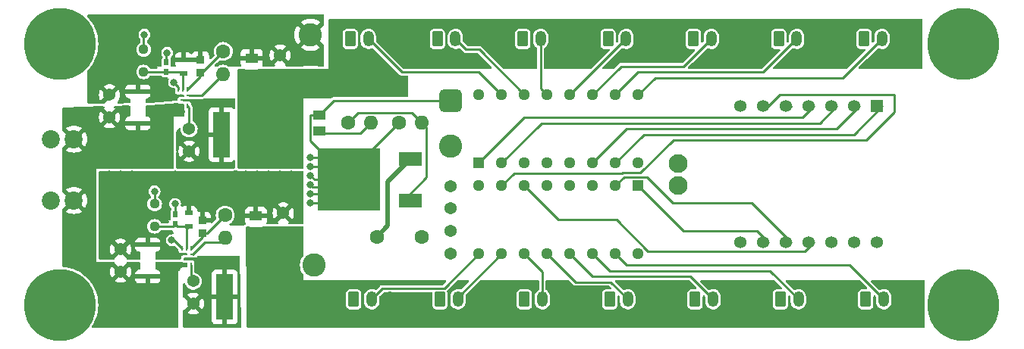
<source format=gtl>
%TF.GenerationSoftware,KiCad,Pcbnew,7.0.10*%
%TF.CreationDate,2024-11-20T16:46:35-05:00*%
%TF.ProjectId,SDP25_MainPCB_V2,53445032-355f-44d6-9169-6e5043425f56,2*%
%TF.SameCoordinates,Original*%
%TF.FileFunction,Copper,L1,Top*%
%TF.FilePolarity,Positive*%
%FSLAX46Y46*%
G04 Gerber Fmt 4.6, Leading zero omitted, Abs format (unit mm)*
G04 Created by KiCad (PCBNEW 7.0.10) date 2024-11-20 16:46:35*
%MOMM*%
%LPD*%
G01*
G04 APERTURE LIST*
G04 Aperture macros list*
%AMRoundRect*
0 Rectangle with rounded corners*
0 $1 Rounding radius*
0 $2 $3 $4 $5 $6 $7 $8 $9 X,Y pos of 4 corners*
0 Add a 4 corners polygon primitive as box body*
4,1,4,$2,$3,$4,$5,$6,$7,$8,$9,$2,$3,0*
0 Add four circle primitives for the rounded corners*
1,1,$1+$1,$2,$3*
1,1,$1+$1,$4,$5*
1,1,$1+$1,$6,$7*
1,1,$1+$1,$8,$9*
0 Add four rect primitives between the rounded corners*
20,1,$1+$1,$2,$3,$4,$5,0*
20,1,$1+$1,$4,$5,$6,$7,0*
20,1,$1+$1,$6,$7,$8,$9,0*
20,1,$1+$1,$8,$9,$2,$3,0*%
G04 Aperture macros list end*
%TA.AperFunction,ComponentPad*%
%ADD10C,8.000000*%
%TD*%
%TA.AperFunction,SMDPad,CuDef*%
%ADD11R,1.900000X5.100000*%
%TD*%
%TA.AperFunction,ComponentPad*%
%ADD12C,1.371600*%
%TD*%
%TA.AperFunction,SMDPad,CuDef*%
%ADD13R,1.447800X1.066800*%
%TD*%
%TA.AperFunction,SMDPad,CuDef*%
%ADD14R,0.889000X0.609600*%
%TD*%
%TA.AperFunction,ComponentPad*%
%ADD15C,2.020000*%
%TD*%
%TA.AperFunction,ComponentPad*%
%ADD16RoundRect,0.250000X-0.350000X-0.625000X0.350000X-0.625000X0.350000X0.625000X-0.350000X0.625000X0*%
%TD*%
%TA.AperFunction,ComponentPad*%
%ADD17O,1.200000X1.750000*%
%TD*%
%TA.AperFunction,SMDPad,CuDef*%
%ADD18R,1.803400X0.558800*%
%TD*%
%TA.AperFunction,ComponentPad*%
%ADD19C,1.600000*%
%TD*%
%TA.AperFunction,ComponentPad*%
%ADD20O,1.600000X1.600000*%
%TD*%
%TA.AperFunction,ComponentPad*%
%ADD21R,1.295400X1.295400*%
%TD*%
%TA.AperFunction,ComponentPad*%
%ADD22C,1.295400*%
%TD*%
%TA.AperFunction,SMDPad,CuDef*%
%ADD23R,0.889000X0.965200*%
%TD*%
%TA.AperFunction,ComponentPad*%
%ADD24RoundRect,0.650000X0.650000X-0.650000X0.650000X0.650000X-0.650000X0.650000X-0.650000X-0.650000X0*%
%TD*%
%TA.AperFunction,ComponentPad*%
%ADD25C,2.600000*%
%TD*%
%TA.AperFunction,ComponentPad*%
%ADD26RoundRect,0.650000X-0.650000X0.650000X-0.650000X-0.650000X0.650000X-0.650000X0.650000X0.650000X0*%
%TD*%
%TA.AperFunction,ComponentPad*%
%ADD27C,2.100000*%
%TD*%
%TA.AperFunction,SMDPad,CuDef*%
%ADD28R,2.500000X1.500000*%
%TD*%
%TA.AperFunction,SMDPad,CuDef*%
%ADD29R,7.000000X7.000000*%
%TD*%
%TA.AperFunction,ComponentPad*%
%ADD30C,1.117600*%
%TD*%
%TA.AperFunction,SMDPad,CuDef*%
%ADD31R,0.249999X0.549999*%
%TD*%
%TA.AperFunction,SMDPad,CuDef*%
%ADD32R,1.000000X0.249999*%
%TD*%
%TA.AperFunction,SMDPad,CuDef*%
%ADD33R,1.300000X0.249999*%
%TD*%
%TA.AperFunction,SMDPad,CuDef*%
%ADD34R,0.549999X0.249999*%
%TD*%
%TA.AperFunction,SMDPad,CuDef*%
%ADD35R,0.499999X0.655599*%
%TD*%
%TA.AperFunction,ComponentPad*%
%ADD36R,1.358000X1.358000*%
%TD*%
%TA.AperFunction,ComponentPad*%
%ADD37C,1.358000*%
%TD*%
%TA.AperFunction,ViaPad*%
%ADD38C,0.800000*%
%TD*%
%TA.AperFunction,Conductor*%
%ADD39C,0.250000*%
%TD*%
%TA.AperFunction,Conductor*%
%ADD40C,0.508000*%
%TD*%
G04 APERTURE END LIST*
D10*
%TO.P,REF\u002A\u002A,1*%
%TO.N,N/C*%
X200152000Y-99060000D03*
%TD*%
%TO.P,REF\u002A\u002A,1*%
%TO.N,N/C*%
X200152000Y-69850000D03*
%TD*%
%TO.P,REF\u002A\u002A,1*%
%TO.N,N/C*%
X99314000Y-69850000D03*
%TD*%
%TO.P,REF\u002A\u002A,1*%
%TO.N,N/C*%
X99314000Y-99060000D03*
%TD*%
D11*
%TO.P,L2,1*%
%TO.N,/SW1*%
X117319000Y-80010000D03*
%TO.P,L2,2*%
%TO.N,/Vout2*%
X121519000Y-80010000D03*
%TD*%
D12*
%TO.P,Cboot2,1*%
%TO.N,/SW2*%
X114173000Y-98913000D03*
%TO.P,Cboot2,2*%
%TO.N,Net-(U4-BST)*%
X114173000Y-96413000D03*
%TD*%
D13*
%TO.P,C2,1*%
%TO.N,/Vout3*%
X128270000Y-77787500D03*
%TO.P,C2,2*%
%TO.N,GND*%
X128270000Y-79641700D03*
%TD*%
D14*
%TO.P,Rfbb2,1*%
%TO.N,Net-(U4-FB)*%
X113665000Y-90284300D03*
%TO.P,Rfbb2,2*%
%TO.N,GND*%
X113665000Y-88785700D03*
%TD*%
D15*
%TO.P,J1,1*%
%TO.N,/Vin*%
X100838000Y-80518000D03*
%TO.P,J1,2*%
%TO.N,GND*%
X98298000Y-80518000D03*
%TD*%
D14*
%TO.P,Rfbb1,1*%
%TO.N,Net-(U5-FB)*%
X113069000Y-73139300D03*
%TO.P,Rfbb1,2*%
%TO.N,GND*%
X113069000Y-71640700D03*
%TD*%
D16*
%TO.P,J8,1*%
%TO.N,GND*%
X189230000Y-98425000D03*
D17*
%TO.P,J8,2*%
%TO.N,Net-(U1-F)*%
X191230000Y-98425000D03*
%TO.P,J8,3*%
%TO.N,/Vout1*%
X193230000Y-98425000D03*
%TD*%
D16*
%TO.P,J12,1*%
%TO.N,GND*%
X169990000Y-69300000D03*
D17*
%TO.P,J12,2*%
%TO.N,Net-(U2-C)*%
X171990000Y-69300000D03*
%TO.P,J12,3*%
%TO.N,/Vout2*%
X173990000Y-69300000D03*
%TD*%
D18*
%TO.P,Cin2,1*%
%TO.N,/Vin*%
X109093000Y-95885000D03*
%TO.P,Cin2,2*%
%TO.N,GND*%
X109093000Y-92329000D03*
%TD*%
D19*
%TO.P,R2,1*%
%TO.N,/Vout3*%
X137134600Y-78714600D03*
D20*
%TO.P,R2,2*%
%TO.N,Net-(IC1-ADJ)*%
X139674600Y-78714600D03*
%TD*%
D12*
%TO.P,Coutx1,1*%
%TO.N,/Vout2*%
X123864000Y-73640000D03*
%TO.P,Coutx1,2*%
%TO.N,GND*%
X123864000Y-71140000D03*
%TD*%
D16*
%TO.P,J4,1*%
%TO.N,GND*%
X151130000Y-98425000D03*
D17*
%TO.P,J4,2*%
%TO.N,Net-(U1-C)*%
X153130000Y-98425000D03*
%TO.P,J4,3*%
%TO.N,/Vout1*%
X155130000Y-98425000D03*
%TD*%
D21*
%TO.P,U1,1,D1*%
%TO.N,Net-(U1-D1)*%
X163830000Y-85725000D03*
D22*
%TO.P,U1,2,D2*%
%TO.N,Net-(U1-D2)*%
X161290000Y-85725000D03*
%TO.P,U1,3,\u002ALT*%
%TO.N,/Vout3*%
X158750000Y-85725000D03*
%TO.P,U1,4,\u002ABL*%
X156210000Y-85725000D03*
%TO.P,U1,5,\u002ALE*%
%TO.N,GND*%
X153670000Y-85725000D03*
%TO.P,U1,6,D3*%
%TO.N,Net-(U1-D3)*%
X151130000Y-85725000D03*
%TO.P,U1,7,D0*%
%TO.N,Net-(U1-D0)*%
X148590000Y-85725000D03*
%TO.P,U1,8,GND*%
%TO.N,GND*%
X146050000Y-85725000D03*
%TO.P,U1,9,E*%
%TO.N,Net-(U1-E)*%
X146050000Y-93345000D03*
%TO.P,U1,10,D*%
%TO.N,Net-(U1-D)*%
X148590000Y-93345000D03*
%TO.P,U1,11,C*%
%TO.N,Net-(U1-C)*%
X151130000Y-93345000D03*
%TO.P,U1,12,B*%
%TO.N,Net-(U1-B)*%
X153670000Y-93345000D03*
%TO.P,U1,13,A*%
%TO.N,Net-(U1-A)*%
X156210000Y-93345000D03*
%TO.P,U1,14,G*%
%TO.N,Net-(U1-G)*%
X158750000Y-93345000D03*
%TO.P,U1,15,F*%
%TO.N,Net-(U1-F)*%
X161290000Y-93345000D03*
%TO.P,U1,16,VCC*%
%TO.N,/Vout3*%
X163830000Y-93345000D03*
%TD*%
D23*
%TO.P,Cvcc2,1*%
%TO.N,Net-(U4-VCC)*%
X115189000Y-91059000D03*
%TO.P,Cvcc2,2*%
%TO.N,GND*%
X115189000Y-89611200D03*
%TD*%
D12*
%TO.P,Cinx2,1*%
%TO.N,/Vin*%
X106045000Y-95357000D03*
%TO.P,Cinx2,2*%
%TO.N,GND*%
X106045000Y-92857000D03*
%TD*%
D13*
%TO.P,Cout2,1*%
%TO.N,/Vout1*%
X121158000Y-90970100D03*
%TO.P,Cout2,2*%
%TO.N,GND*%
X121158000Y-89115900D03*
%TD*%
D19*
%TO.P,R1,1*%
%TO.N,Net-(IC1-ADJ)*%
X131419600Y-78714600D03*
D20*
%TO.P,R1,2*%
%TO.N,GND*%
X133959600Y-78714600D03*
%TD*%
D16*
%TO.P,J10,1*%
%TO.N,GND*%
X189040000Y-69300000D03*
D17*
%TO.P,J10,2*%
%TO.N,Net-(U2-E)*%
X191040000Y-69300000D03*
%TO.P,J10,3*%
%TO.N,/Vout2*%
X193040000Y-69300000D03*
%TD*%
D24*
%TO.P,TP2,1,1*%
%TO.N,/Vout1*%
X127635000Y-99695000D03*
D25*
%TO.P,TP2,2,2*%
%TO.N,GND*%
X127635000Y-94615000D03*
%TD*%
D26*
%TO.P,TP1,1,1*%
%TO.N,/Vout3*%
X142875000Y-76200000D03*
D25*
%TO.P,TP1,2,2*%
%TO.N,GND*%
X142875000Y-81280000D03*
%TD*%
D27*
%TO.P,J17,1*%
%TO.N,Net-(U3-VCC_3V3)*%
X168275000Y-85725000D03*
%TO.P,J17,2*%
%TO.N,Net-(U3-D4)*%
X168275000Y-83225000D03*
%TD*%
D28*
%TO.P,IC1,1,ADJ*%
%TO.N,Net-(IC1-ADJ)*%
X138430000Y-87364600D03*
D29*
%TO.P,IC1,2,OUTPUT*%
%TO.N,/Vout3*%
X131580000Y-85064600D03*
D28*
%TO.P,IC1,3,INPUT*%
%TO.N,/Vin*%
X138430000Y-82764600D03*
%TD*%
D16*
%TO.P,J6,1*%
%TO.N,GND*%
X170180000Y-98425000D03*
D17*
%TO.P,J6,2*%
%TO.N,Net-(U1-A)*%
X172180000Y-98425000D03*
%TO.P,J6,3*%
%TO.N,/Vout1*%
X174180000Y-98425000D03*
%TD*%
D19*
%TO.P,C1,1*%
%TO.N,/Vin*%
X134660000Y-91440000D03*
%TO.P,C1,2*%
%TO.N,GND*%
X139660000Y-91440000D03*
%TD*%
D18*
%TO.P,Cin1,1*%
%TO.N,/Vin*%
X107989000Y-78740000D03*
%TO.P,Cin1,2*%
%TO.N,GND*%
X107989000Y-75184000D03*
%TD*%
D21*
%TO.P,U2,1,D1*%
%TO.N,Net-(U2-D1)*%
X146050000Y-83185000D03*
D22*
%TO.P,U2,2,D2*%
%TO.N,Net-(U2-D2)*%
X148590000Y-83185000D03*
%TO.P,U2,3,\u002ALT*%
%TO.N,/Vout3*%
X151130000Y-83185000D03*
%TO.P,U2,4,\u002ABL*%
X153670000Y-83185000D03*
%TO.P,U2,5,\u002ALE*%
%TO.N,GND*%
X156210000Y-83185000D03*
%TO.P,U2,6,D3*%
%TO.N,Net-(U2-D3)*%
X158750000Y-83185000D03*
%TO.P,U2,7,D0*%
%TO.N,Net-(U2-D0)*%
X161290000Y-83185000D03*
%TO.P,U2,8,GND*%
%TO.N,GND*%
X163830000Y-83185000D03*
%TO.P,U2,9,E*%
%TO.N,Net-(U2-E)*%
X163830000Y-75565000D03*
%TO.P,U2,10,D*%
%TO.N,Net-(U2-D)*%
X161290000Y-75565000D03*
%TO.P,U2,11,C*%
%TO.N,Net-(U2-C)*%
X158750000Y-75565000D03*
%TO.P,U2,12,B*%
%TO.N,Net-(U2-B)*%
X156210000Y-75565000D03*
%TO.P,U2,13,A*%
%TO.N,Net-(U2-A)*%
X153670000Y-75565000D03*
%TO.P,U2,14,G*%
%TO.N,Net-(U2-G)*%
X151130000Y-75565000D03*
%TO.P,U2,15,F*%
%TO.N,Net-(U2-F)*%
X148590000Y-75565000D03*
%TO.P,U2,16,VCC*%
%TO.N,/Vout3*%
X146050000Y-75565000D03*
%TD*%
D30*
%TO.P,Cff1,1*%
%TO.N,/Vout2*%
X108624000Y-70505000D03*
%TO.P,Cff1,2*%
%TO.N,Net-(U5-FB)*%
X108624000Y-73005000D03*
%TD*%
D15*
%TO.P,J18,1*%
%TO.N,GND*%
X98303000Y-87376000D03*
%TO.P,J18,2*%
%TO.N,/Vin*%
X100843000Y-87376000D03*
%TD*%
D30*
%TO.P,Cff2,1*%
%TO.N,/Vout1*%
X109855000Y-87777000D03*
%TO.P,Cff2,2*%
%TO.N,Net-(U4-FB)*%
X109855000Y-90277000D03*
%TD*%
D12*
%TO.P,Cboot1,1*%
%TO.N,/SW1*%
X113704000Y-81875000D03*
%TO.P,Cboot1,2*%
%TO.N,Net-(U5-BST)*%
X113704000Y-79375000D03*
%TD*%
D23*
%TO.P,Cvcc1,1*%
%TO.N,Net-(U5-VCC)*%
X114974000Y-73113900D03*
%TO.P,Cvcc1,2*%
%TO.N,GND*%
X114974000Y-71666100D03*
%TD*%
D16*
%TO.P,J2,1*%
%TO.N,GND*%
X132080000Y-98425000D03*
D17*
%TO.P,J2,2*%
%TO.N,Net-(U1-E)*%
X134080000Y-98425000D03*
%TO.P,J2,3*%
%TO.N,/Vout1*%
X136080000Y-98425000D03*
%TD*%
D19*
%TO.P,Rpg2,1*%
%TO.N,Net-(U4-VCC)*%
X117729000Y-89027000D03*
D20*
%TO.P,Rpg2,2*%
%TO.N,Net-(U4-SS)*%
X117729000Y-91567000D03*
%TD*%
D24*
%TO.P,TP3,1,1*%
%TO.N,/Vout2*%
X127254000Y-73914000D03*
D25*
%TO.P,TP3,2,2*%
%TO.N,GND*%
X127254000Y-68834000D03*
%TD*%
D16*
%TO.P,J14,1*%
%TO.N,GND*%
X150940000Y-69300000D03*
D17*
%TO.P,J14,2*%
%TO.N,Net-(U2-A)*%
X152940000Y-69300000D03*
%TO.P,J14,3*%
%TO.N,/Vout2*%
X154940000Y-69300000D03*
%TD*%
D12*
%TO.P,Coutx2,1*%
%TO.N,/Vout1*%
X124206000Y-91293000D03*
%TO.P,Coutx2,2*%
%TO.N,GND*%
X124206000Y-88793000D03*
%TD*%
D19*
%TO.P,Rpg1,1*%
%TO.N,Net-(U5-VCC)*%
X117514000Y-70710000D03*
D20*
%TO.P,Rpg1,2*%
%TO.N,Net-(U5-SS)*%
X117514000Y-73250000D03*
%TD*%
D16*
%TO.P,J7,1*%
%TO.N,GND*%
X179705000Y-98425000D03*
D17*
%TO.P,J7,2*%
%TO.N,Net-(U1-G)*%
X181705000Y-98425000D03*
%TO.P,J7,3*%
%TO.N,/Vout1*%
X183705000Y-98425000D03*
%TD*%
D31*
%TO.P,U5,1,VCC*%
%TO.N,Net-(U5-VCC)*%
X113529002Y-74985001D03*
%TO.P,U5,2,FB*%
%TO.N,Net-(U5-FB)*%
X113029003Y-74985001D03*
%TO.P,U5,3,EN*%
%TO.N,Net-(U3-TX_D6)*%
X112529001Y-74985001D03*
D32*
%TO.P,U5,4,PGND*%
%TO.N,GND*%
X112579001Y-75659998D03*
D31*
%TO.P,U5,5,VIN*%
%TO.N,/Vin*%
X112529001Y-76835000D03*
%TO.P,U5,6,VIN*%
X113029003Y-76835000D03*
%TO.P,U5,7,BST*%
%TO.N,Net-(U5-BST)*%
X113529002Y-76835000D03*
D33*
%TO.P,U5,8,SW*%
%TO.N,/SW1*%
X113328999Y-76159998D03*
D34*
%TO.P,U5,9,SS*%
%TO.N,Net-(U5-SS)*%
X113704000Y-75659998D03*
%TD*%
D12*
%TO.P,Cinx1,1*%
%TO.N,/Vin*%
X104814000Y-78085000D03*
%TO.P,Cinx1,2*%
%TO.N,GND*%
X104814000Y-75585000D03*
%TD*%
D35*
%TO.P,Rfbt2,1*%
%TO.N,/Vout1*%
X112141000Y-88937402D03*
%TO.P,Rfbt2,2*%
%TO.N,Net-(U4-FB)*%
X112141000Y-90043000D03*
%TD*%
D36*
%TO.P,U3,1,D0*%
%TO.N,Net-(U2-D0)*%
X190500000Y-76835000D03*
D37*
%TO.P,U3,2,D1*%
%TO.N,Net-(U2-D3)*%
X187960000Y-76835000D03*
%TO.P,U3,3,D2*%
%TO.N,Net-(U2-D2)*%
X185420000Y-76835000D03*
%TO.P,U3,4,D3*%
%TO.N,Net-(U2-D1)*%
X182880000Y-76835000D03*
%TO.P,U3,5,D4*%
%TO.N,Net-(U3-D4)*%
X180340000Y-76835000D03*
%TO.P,U3,6,D5*%
%TO.N,Net-(U1-D0)*%
X177800000Y-76835000D03*
%TO.P,U3,7,TX_D6*%
%TO.N,Net-(U3-TX_D6)*%
X175260000Y-76835000D03*
%TO.P,U3,8,RX_D7*%
%TO.N,GND*%
X175260000Y-92075000D03*
%TO.P,U3,9,D8*%
%TO.N,Net-(U1-D1)*%
X177800000Y-92075000D03*
%TO.P,U3,10,D9*%
%TO.N,Net-(U1-D2)*%
X180340000Y-92075000D03*
%TO.P,U3,11,D10*%
%TO.N,Net-(U1-D3)*%
X182880000Y-92075000D03*
%TO.P,U3,12,VCC_3V3*%
%TO.N,Net-(U3-VCC_3V3)*%
X185420000Y-92075000D03*
%TO.P,U3,13,GND*%
%TO.N,GND*%
X187960000Y-92075000D03*
%TO.P,U3,14,VUSB*%
%TO.N,/Vout3*%
X190500000Y-92075000D03*
%TD*%
D16*
%TO.P,J13,1*%
%TO.N,GND*%
X160465000Y-69300000D03*
D17*
%TO.P,J13,2*%
%TO.N,Net-(U2-B)*%
X162465000Y-69300000D03*
%TO.P,J13,3*%
%TO.N,/Vout2*%
X164465000Y-69300000D03*
%TD*%
D31*
%TO.P,U4,1,VCC*%
%TO.N,Net-(U4-VCC)*%
X113903001Y-92732004D03*
%TO.P,U4,2,FB*%
%TO.N,Net-(U4-FB)*%
X113403002Y-92732004D03*
%TO.P,U4,3,EN*%
%TO.N,Net-(U3-TX_D6)*%
X112903000Y-92732004D03*
D32*
%TO.P,U4,4,PGND*%
%TO.N,GND*%
X112953000Y-93407001D03*
D31*
%TO.P,U4,5,VIN*%
%TO.N,/Vin*%
X112903000Y-94582003D03*
%TO.P,U4,6,VIN*%
X113403002Y-94582003D03*
%TO.P,U4,7,BST*%
%TO.N,Net-(U4-BST)*%
X113903001Y-94582003D03*
D33*
%TO.P,U4,8,SW*%
%TO.N,/SW2*%
X113702998Y-93907001D03*
D34*
%TO.P,U4,9,SS*%
%TO.N,Net-(U4-SS)*%
X114077999Y-93407001D03*
%TD*%
D35*
%TO.P,Rfbt1,1*%
%TO.N,/Vout2*%
X111164000Y-71919402D03*
%TO.P,Rfbt1,2*%
%TO.N,Net-(U5-FB)*%
X111164000Y-73025000D03*
%TD*%
D16*
%TO.P,J15,1*%
%TO.N,GND*%
X141415000Y-69300000D03*
D17*
%TO.P,J15,2*%
%TO.N,Net-(U2-G)*%
X143415000Y-69300000D03*
%TO.P,J15,3*%
%TO.N,/Vout2*%
X145415000Y-69300000D03*
%TD*%
D12*
%TO.P,C4,1*%
%TO.N,/Vout3*%
X142875000Y-85765000D03*
%TO.P,C4,2*%
%TO.N,GND*%
X142875000Y-88265000D03*
%TD*%
D11*
%TO.P,L1,1*%
%TO.N,/SW2*%
X117661000Y-98171000D03*
%TO.P,L1,2*%
%TO.N,/Vout1*%
X121861000Y-98171000D03*
%TD*%
D12*
%TO.P,C3,1*%
%TO.N,GND*%
X142875000Y-93325000D03*
%TO.P,C3,2*%
%TO.N,/Vout3*%
X142875000Y-90825000D03*
%TD*%
D16*
%TO.P,J16,1*%
%TO.N,GND*%
X131700000Y-69300000D03*
D17*
%TO.P,J16,2*%
%TO.N,Net-(U2-F)*%
X133700000Y-69300000D03*
%TO.P,J16,3*%
%TO.N,/Vout2*%
X135700000Y-69300000D03*
%TD*%
D13*
%TO.P,Cout1,1*%
%TO.N,/Vout2*%
X120689000Y-73317100D03*
%TO.P,Cout1,2*%
%TO.N,GND*%
X120689000Y-71462900D03*
%TD*%
D16*
%TO.P,J3,1*%
%TO.N,GND*%
X141700000Y-98425000D03*
D17*
%TO.P,J3,2*%
%TO.N,Net-(U1-D)*%
X143700000Y-98425000D03*
%TO.P,J3,3*%
%TO.N,/Vout1*%
X145700000Y-98425000D03*
%TD*%
D16*
%TO.P,J11,1*%
%TO.N,GND*%
X179515000Y-69300000D03*
D17*
%TO.P,J11,2*%
%TO.N,Net-(U2-D)*%
X181515000Y-69300000D03*
%TO.P,J11,3*%
%TO.N,/Vout2*%
X183515000Y-69300000D03*
%TD*%
D16*
%TO.P,J5,1*%
%TO.N,GND*%
X160655000Y-98425000D03*
D17*
%TO.P,J5,2*%
%TO.N,Net-(U1-B)*%
X162655000Y-98425000D03*
%TO.P,J5,3*%
%TO.N,/Vout1*%
X164655000Y-98425000D03*
%TD*%
D38*
%TO.N,/Vout3*%
X127254000Y-87630000D03*
X127254000Y-86614000D03*
X127254000Y-85598000D03*
X127254000Y-84582000D03*
X127254000Y-83566000D03*
X127254000Y-82550000D03*
%TO.N,GND*%
X122174000Y-67056000D03*
X113030000Y-70358000D03*
X105410000Y-71374000D03*
X124714000Y-67056000D03*
X123825000Y-85598000D03*
X119634000Y-69469000D03*
X118745000Y-85598000D03*
X106680000Y-72644000D03*
X106045000Y-84455000D03*
X104775000Y-88265000D03*
X118618000Y-68199000D03*
X104140000Y-71374000D03*
X125095000Y-85598000D03*
X104140000Y-70104000D03*
X121285000Y-86868000D03*
X122174000Y-69469000D03*
X105410000Y-68834000D03*
X107315000Y-88265000D03*
X105410000Y-67564000D03*
X104775000Y-86995000D03*
X123825000Y-86868000D03*
X104775000Y-85725000D03*
X106680000Y-68834000D03*
X121285000Y-85598000D03*
X114808000Y-70358000D03*
X104140000Y-68834000D03*
X106680000Y-73914000D03*
X107315000Y-89535000D03*
X120015000Y-85598000D03*
X124714000Y-68199000D03*
X106680000Y-67564000D03*
X120904000Y-67056000D03*
X104140000Y-72644000D03*
X122555000Y-85598000D03*
X122555000Y-84455000D03*
X118745000Y-86868000D03*
X106680000Y-71374000D03*
X122555000Y-86868000D03*
X118618000Y-67056000D03*
X104775000Y-90805000D03*
X105410000Y-73914000D03*
X123444000Y-68199000D03*
X107315000Y-84455000D03*
X124714000Y-69469000D03*
X107315000Y-85725000D03*
X106680000Y-70104000D03*
X106045000Y-90805000D03*
X119634000Y-68199000D03*
X123444000Y-69469000D03*
X125095000Y-86868000D03*
X121285000Y-84455000D03*
X104140000Y-73914000D03*
X106045000Y-85725000D03*
X104140000Y-67564000D03*
X120015000Y-84455000D03*
X105410000Y-70104000D03*
X118745000Y-84455000D03*
X117602000Y-67056000D03*
X107315000Y-90805000D03*
X115189000Y-86995000D03*
X106045000Y-89535000D03*
X119634000Y-67056000D03*
X105410000Y-72644000D03*
X120904000Y-69469000D03*
X113665000Y-86995000D03*
X107315000Y-86995000D03*
X104775000Y-89535000D03*
X104775000Y-84455000D03*
X106045000Y-86995000D03*
X123444000Y-67056000D03*
X120904000Y-68199000D03*
X122174000Y-68199000D03*
X123825000Y-84455000D03*
X120015000Y-86868000D03*
X106045000Y-88265000D03*
X125095000Y-84455000D03*
%TO.N,/Vout2*%
X111252000Y-70866000D03*
X108712000Y-68834000D03*
X120650000Y-75946000D03*
X120650000Y-74930000D03*
%TO.N,Net-(U3-TX_D6)*%
X112014000Y-74168000D03*
X111760000Y-91821000D03*
%TO.N,/Vout1*%
X112141000Y-87757000D03*
X109855000Y-86360000D03*
X121920000Y-93980000D03*
X121920000Y-93091000D03*
%TD*%
D39*
%TO.N,/Vout3*%
X129014600Y-87630000D02*
X131580000Y-85064600D01*
X127254000Y-87630000D02*
X129014600Y-87630000D01*
X127254000Y-86614000D02*
X130030600Y-86614000D01*
X130030600Y-86614000D02*
X131580000Y-85064600D01*
X130792600Y-85852000D02*
X131580000Y-85064600D01*
X127508000Y-85852000D02*
X130792600Y-85852000D01*
X127254000Y-85598000D02*
X127508000Y-85852000D01*
X127736600Y-85064600D02*
X131580000Y-85064600D01*
X127254000Y-84582000D02*
X127736600Y-85064600D01*
X130843400Y-84328000D02*
X131580000Y-85064600D01*
X130081400Y-83566000D02*
X127254000Y-83566000D01*
X131580000Y-85064600D02*
X130081400Y-83566000D01*
X129065400Y-82550000D02*
X127254000Y-82550000D01*
X131580000Y-85064600D02*
X129065400Y-82550000D01*
D40*
%TO.N,/Vin*%
X138430000Y-82764600D02*
X135890000Y-85304600D01*
X135890000Y-90210000D02*
X134660000Y-91440000D01*
X135890000Y-85304600D02*
X135890000Y-90210000D01*
D39*
%TO.N,GND*%
X114974000Y-70524000D02*
X114808000Y-70358000D01*
X113665000Y-88785700D02*
X113665000Y-86995000D01*
X113069000Y-70397000D02*
X113030000Y-70358000D01*
X132834600Y-79839600D02*
X133959600Y-78714600D01*
X128270000Y-79641700D02*
X128467900Y-79839600D01*
X114974000Y-71666100D02*
X114974000Y-70524000D01*
X115189000Y-89611200D02*
X115189000Y-86995000D01*
X113069000Y-71640700D02*
X113069000Y-70397000D01*
X128467900Y-79839600D02*
X132834600Y-79839600D01*
%TO.N,/Vout3*%
X127221100Y-77862500D02*
X127221100Y-80705700D01*
X137134600Y-78714600D02*
X130784600Y-85064600D01*
X142875000Y-76200000D02*
X143510000Y-76835000D01*
X127221100Y-80705700D02*
X131580000Y-85064600D01*
X127296100Y-77787500D02*
X127221100Y-77862500D01*
X128270000Y-77787500D02*
X129857500Y-76200000D01*
X129857500Y-76200000D02*
X142875000Y-76200000D01*
X128270000Y-77787500D02*
X127296100Y-77787500D01*
%TO.N,Net-(U5-BST)*%
X113704000Y-79375000D02*
X113704000Y-77009998D01*
X113704000Y-77009998D02*
X113529002Y-76835000D01*
%TO.N,Net-(U4-BST)*%
X113907002Y-94582003D02*
X113907002Y-96147002D01*
X113907002Y-96147002D02*
X114173000Y-96413000D01*
%TO.N,Net-(U5-FB)*%
X113029003Y-74985001D02*
X113029003Y-73179297D01*
X111164000Y-73025000D02*
X112954700Y-73025000D01*
X111144000Y-73005000D02*
X111164000Y-73025000D01*
X108624000Y-73005000D02*
X111144000Y-73005000D01*
X113029003Y-73179297D02*
X113069000Y-73139300D01*
X112954700Y-73025000D02*
X113069000Y-73139300D01*
%TO.N,/Vout2*%
X111164000Y-70954000D02*
X111252000Y-70866000D01*
X111164000Y-71919402D02*
X111164000Y-70954000D01*
X108624000Y-68922000D02*
X108712000Y-68834000D01*
X108624000Y-70505000D02*
X108624000Y-68922000D01*
%TO.N,Net-(U4-FB)*%
X113407003Y-92732004D02*
X113407003Y-90542297D01*
X113407003Y-90542297D02*
X113665000Y-90284300D01*
X112382300Y-90284300D02*
X112141000Y-90043000D01*
X109855000Y-90277000D02*
X111907000Y-90277000D01*
X113665000Y-90284300D02*
X112382300Y-90284300D01*
X112141000Y-90043000D02*
X112391003Y-90293003D01*
X111907000Y-90277000D02*
X112141000Y-90043000D01*
%TO.N,Net-(U5-VCC)*%
X114974000Y-73540003D02*
X113529002Y-74985001D01*
X114974000Y-73113900D02*
X114974000Y-73540003D01*
X115110100Y-73113900D02*
X117514000Y-70710000D01*
X114974000Y-73113900D02*
X115110100Y-73113900D01*
%TO.N,Net-(U4-VCC)*%
X115189000Y-91059000D02*
X115697000Y-91059000D01*
X115189000Y-91059000D02*
X115189000Y-91450006D01*
X115697000Y-91059000D02*
X117729000Y-89027000D01*
X115189000Y-91450006D02*
X113907002Y-92732004D01*
%TO.N,Net-(IC1-ADJ)*%
X140208000Y-84791200D02*
X140208000Y-79248000D01*
X137634600Y-87364600D02*
X140208000Y-84791200D01*
X138549600Y-77589600D02*
X139674600Y-78714600D01*
X131419600Y-78714600D02*
X132544600Y-77589600D01*
X132544600Y-77589600D02*
X138549600Y-77589600D01*
X140208000Y-79248000D02*
X139674600Y-78714600D01*
%TO.N,Net-(U1-E)*%
X135280000Y-97225000D02*
X134080000Y-98425000D01*
X146050000Y-93345000D02*
X142170000Y-97225000D01*
X142170000Y-97225000D02*
X135280000Y-97225000D01*
%TO.N,Net-(U1-D)*%
X143700000Y-98235000D02*
X148590000Y-93345000D01*
X143700000Y-98425000D02*
X143700000Y-98235000D01*
%TO.N,Net-(U1-C)*%
X153130000Y-95345000D02*
X151130000Y-93345000D01*
X153130000Y-98425000D02*
X153130000Y-95345000D01*
%TO.N,Net-(U1-B)*%
X156845000Y-96520000D02*
X160750000Y-96520000D01*
X162655000Y-98330000D02*
X162655000Y-98425000D01*
X153670000Y-93345000D02*
X156845000Y-96520000D01*
X160750000Y-96520000D02*
X162655000Y-98425000D01*
%TO.N,Net-(U1-A)*%
X158750000Y-95885000D02*
X169640000Y-95885000D01*
X156210000Y-93345000D02*
X158750000Y-95885000D01*
X169640000Y-95885000D02*
X172180000Y-98425000D01*
%TO.N,Net-(U1-G)*%
X178530000Y-95250000D02*
X181705000Y-98425000D01*
X160655000Y-95250000D02*
X178530000Y-95250000D01*
X158750000Y-93345000D02*
X160655000Y-95250000D01*
%TO.N,Net-(U1-F)*%
X162560000Y-94615000D02*
X187420000Y-94615000D01*
X187420000Y-94615000D02*
X191230000Y-98425000D01*
X161290000Y-93345000D02*
X162560000Y-94615000D01*
%TO.N,Net-(U2-E)*%
X186680000Y-73660000D02*
X191040000Y-69300000D01*
X165735000Y-73660000D02*
X186680000Y-73660000D01*
X163830000Y-75565000D02*
X165735000Y-73660000D01*
%TO.N,Net-(U2-D)*%
X161290000Y-75565000D02*
X163830000Y-73025000D01*
X177790000Y-73025000D02*
X181515000Y-69300000D01*
X163830000Y-73025000D02*
X177790000Y-73025000D01*
%TO.N,Net-(U2-C)*%
X158750000Y-75565000D02*
X161925000Y-72390000D01*
X168900000Y-72390000D02*
X171990000Y-69300000D01*
X161925000Y-72390000D02*
X168900000Y-72390000D01*
%TO.N,Net-(U2-B)*%
X162465000Y-69310000D02*
X162465000Y-69300000D01*
X156210000Y-75565000D02*
X162465000Y-69310000D01*
%TO.N,Net-(U2-A)*%
X152940000Y-74835000D02*
X153670000Y-75565000D01*
X152940000Y-69300000D02*
X152940000Y-74835000D01*
%TO.N,Net-(U2-G)*%
X143415000Y-69300000D02*
X144615000Y-70500000D01*
X146065000Y-70500000D02*
X151130000Y-75565000D01*
X144615000Y-70500000D02*
X146065000Y-70500000D01*
%TO.N,Net-(U2-F)*%
X133700000Y-69300000D02*
X137425000Y-73025000D01*
X137425000Y-73025000D02*
X146050000Y-73025000D01*
X146050000Y-73025000D02*
X148590000Y-75565000D01*
%TO.N,Net-(U3-D4)*%
X180911500Y-76898500D02*
X180911500Y-76835000D01*
%TO.N,Net-(U5-SS)*%
X113704000Y-75659998D02*
X115104002Y-75659998D01*
X115104002Y-75659998D02*
X117514000Y-73250000D01*
%TO.N,Net-(U4-SS)*%
X115443000Y-92075000D02*
X117221000Y-92075000D01*
X114082000Y-93407001D02*
X114110999Y-93407001D01*
X114110999Y-93407001D02*
X115443000Y-92075000D01*
X117221000Y-92075000D02*
X117729000Y-91567000D01*
%TO.N,Net-(U1-D1)*%
X163830000Y-85725000D02*
X168910000Y-90805000D01*
X177101500Y-90805000D02*
X178371500Y-92075000D01*
X168910000Y-90805000D02*
X177101500Y-90805000D01*
%TO.N,Net-(U1-D2)*%
X176466500Y-87630000D02*
X167680400Y-87630000D01*
X162262700Y-84752300D02*
X161290000Y-85725000D01*
X167680400Y-87630000D02*
X164802700Y-84752300D01*
X164802700Y-84752300D02*
X162262700Y-84752300D01*
X180911500Y-92075000D02*
X176466500Y-87630000D01*
%TO.N,Net-(U1-D3)*%
X154940000Y-89535000D02*
X151130000Y-85725000D01*
X182447500Y-93079000D02*
X164939606Y-93079000D01*
X161395606Y-89535000D02*
X154940000Y-89535000D01*
X164939606Y-93079000D02*
X161395606Y-89535000D01*
X183451500Y-92075000D02*
X182447500Y-93079000D01*
%TO.N,Net-(U1-D0)*%
X164088306Y-84302300D02*
X167745606Y-80645000D01*
X162050604Y-84328000D02*
X162076304Y-84302300D01*
X148590000Y-85725000D02*
X149987000Y-84328000D01*
X192405000Y-77509500D02*
X192405000Y-75565000D01*
X149987000Y-84328000D02*
X162050604Y-84328000D01*
X179641500Y-75565000D02*
X178371500Y-76835000D01*
X162076304Y-84302300D02*
X164088306Y-84302300D01*
X192405000Y-75565000D02*
X179641500Y-75565000D01*
X167745606Y-80645000D02*
X189269500Y-80645000D01*
X189269500Y-80645000D02*
X192405000Y-77509500D01*
%TO.N,Net-(U2-D1)*%
X151130000Y-78105000D02*
X146050000Y-83185000D01*
X182181500Y-78105000D02*
X151130000Y-78105000D01*
X183451500Y-76835000D02*
X182181500Y-78105000D01*
%TO.N,Net-(U2-D2)*%
X184086500Y-78740000D02*
X153035000Y-78740000D01*
X185991500Y-76835000D02*
X184086500Y-78740000D01*
X153035000Y-78740000D02*
X148590000Y-83185000D01*
%TO.N,Net-(U2-D3)*%
X188531500Y-76835000D02*
X185991500Y-79375000D01*
X185991500Y-79375000D02*
X162560000Y-79375000D01*
X162560000Y-79375000D02*
X158750000Y-83185000D01*
%TO.N,Net-(U2-D0)*%
X191071500Y-76835000D02*
X187896500Y-80010000D01*
X164465000Y-80010000D02*
X161290000Y-83185000D01*
X187896500Y-80010000D02*
X164465000Y-80010000D01*
%TO.N,Net-(U3-TX_D6)*%
X112529001Y-74985001D02*
X112529001Y-74683001D01*
X111995997Y-91821000D02*
X112907001Y-92732004D01*
X112529001Y-74683001D02*
X112014000Y-74168000D01*
X111760000Y-91821000D02*
X111995997Y-91821000D01*
%TO.N,/Vout1*%
X109855000Y-87777000D02*
X109855000Y-86360000D01*
X112141000Y-88937402D02*
X112141000Y-87757000D01*
%TD*%
%TA.AperFunction,Conductor*%
%TO.N,GND*%
G36*
X128721039Y-66567685D02*
G01*
X128766794Y-66620489D01*
X128778000Y-66672000D01*
X128778000Y-67623535D01*
X128758315Y-67690574D01*
X128705511Y-67736329D01*
X128705156Y-67736395D01*
X127856546Y-68585004D01*
X127846812Y-68555044D01*
X127758814Y-68416381D01*
X127639097Y-68303960D01*
X127504489Y-68229958D01*
X128339150Y-67395296D01*
X128156517Y-67270779D01*
X128156516Y-67270778D01*
X127913460Y-67153730D01*
X127913462Y-67153730D01*
X127655662Y-67074209D01*
X127655656Y-67074207D01*
X127388898Y-67034000D01*
X127119101Y-67034000D01*
X126852343Y-67074207D01*
X126852337Y-67074209D01*
X126594538Y-67153730D01*
X126351485Y-67270778D01*
X126351476Y-67270783D01*
X126168848Y-67395296D01*
X127006465Y-68232913D01*
X126938371Y-68259874D01*
X126805508Y-68356405D01*
X126700825Y-68482945D01*
X126652368Y-68585921D01*
X125816295Y-67749848D01*
X125762600Y-67817180D01*
X125627709Y-68050818D01*
X125529148Y-68301947D01*
X125529142Y-68301966D01*
X125469113Y-68564971D01*
X125469113Y-68564973D01*
X125448953Y-68833995D01*
X125448953Y-68834004D01*
X125469113Y-69103026D01*
X125469113Y-69103028D01*
X125529142Y-69366033D01*
X125529148Y-69366052D01*
X125627709Y-69617181D01*
X125627708Y-69617181D01*
X125762602Y-69850822D01*
X125816294Y-69918151D01*
X125816295Y-69918151D01*
X126651452Y-69082993D01*
X126661188Y-69112956D01*
X126749186Y-69251619D01*
X126868903Y-69364040D01*
X127003510Y-69438041D01*
X126168848Y-70272702D01*
X126351483Y-70397220D01*
X126351485Y-70397221D01*
X126594539Y-70514269D01*
X126594537Y-70514269D01*
X126852337Y-70593790D01*
X126852343Y-70593792D01*
X127119101Y-70633999D01*
X127119110Y-70634000D01*
X127388890Y-70634000D01*
X127388898Y-70633999D01*
X127655656Y-70593792D01*
X127655662Y-70593790D01*
X127913461Y-70514269D01*
X128156521Y-70397218D01*
X128339150Y-70272702D01*
X127501534Y-69435086D01*
X127569629Y-69408126D01*
X127702492Y-69311595D01*
X127807175Y-69185055D01*
X127855631Y-69082079D01*
X128708584Y-69935032D01*
X128715078Y-69936549D01*
X128763725Y-69986701D01*
X128778000Y-70044463D01*
X128778000Y-72260500D01*
X128758315Y-72327539D01*
X128705511Y-72373294D01*
X128654000Y-72384500D01*
X128132706Y-72384500D01*
X128100613Y-72380275D01*
X128046272Y-72365714D01*
X127979731Y-72360478D01*
X127967303Y-72359500D01*
X127967301Y-72359500D01*
X126540707Y-72359500D01*
X126540688Y-72359501D01*
X126461727Y-72365714D01*
X126407387Y-72380275D01*
X126375294Y-72384500D01*
X124542400Y-72384500D01*
X124475361Y-72364815D01*
X124429606Y-72312011D01*
X124419662Y-72242853D01*
X124448687Y-72179297D01*
X124477122Y-72155073D01*
X124507012Y-72136565D01*
X123936237Y-71565789D01*
X123992713Y-71557277D01*
X124109989Y-71500799D01*
X124205408Y-71412264D01*
X124270491Y-71299536D01*
X124290300Y-71212747D01*
X124862722Y-71785168D01*
X124862723Y-71785168D01*
X124876505Y-71766920D01*
X124876507Y-71766915D01*
X124974461Y-71570198D01*
X125034603Y-71358819D01*
X125054880Y-71140000D01*
X125054880Y-71139999D01*
X125034603Y-70921180D01*
X124974461Y-70709799D01*
X124974460Y-70709798D01*
X124876511Y-70513088D01*
X124876506Y-70513081D01*
X124862722Y-70494829D01*
X124291471Y-71066081D01*
X124289729Y-71042830D01*
X124242173Y-70921662D01*
X124161016Y-70819893D01*
X124053467Y-70746568D01*
X123939143Y-70711303D01*
X124507012Y-70143433D01*
X124507011Y-70143432D01*
X124394824Y-70073970D01*
X124394818Y-70073967D01*
X124189898Y-69994581D01*
X123973879Y-69954200D01*
X123754121Y-69954200D01*
X123538102Y-69994581D01*
X123538101Y-69994581D01*
X123333182Y-70073966D01*
X123220986Y-70143433D01*
X123791764Y-70714210D01*
X123735287Y-70722723D01*
X123618011Y-70779201D01*
X123522592Y-70867736D01*
X123457509Y-70980464D01*
X123437699Y-71067252D01*
X122865276Y-70494829D01*
X122851497Y-70513075D01*
X122851489Y-70513088D01*
X122753538Y-70709801D01*
X122693396Y-70921180D01*
X122673120Y-71139999D01*
X122673120Y-71140000D01*
X122693396Y-71358819D01*
X122753538Y-71570200D01*
X122753539Y-71570201D01*
X122851487Y-71766908D01*
X122851494Y-71766920D01*
X122865275Y-71785168D01*
X123436528Y-71213917D01*
X123438271Y-71237170D01*
X123485827Y-71358338D01*
X123566984Y-71460107D01*
X123674533Y-71533432D01*
X123788856Y-71568696D01*
X123220986Y-72136565D01*
X123220987Y-72136566D01*
X123250877Y-72155073D01*
X123297513Y-72207101D01*
X123308617Y-72276082D01*
X123280664Y-72340117D01*
X123222529Y-72378873D01*
X123185600Y-72384500D01*
X121980351Y-72384500D01*
X121913312Y-72364815D01*
X121867557Y-72312011D01*
X121857613Y-72242853D01*
X121864169Y-72217167D01*
X121906496Y-72103679D01*
X121906498Y-72103672D01*
X121912899Y-72044144D01*
X121912900Y-72044127D01*
X121912900Y-71712900D01*
X119465100Y-71712900D01*
X119465100Y-72044144D01*
X119471501Y-72103672D01*
X119471503Y-72103679D01*
X119513831Y-72217167D01*
X119518815Y-72286859D01*
X119485330Y-72348182D01*
X119424006Y-72381666D01*
X119397649Y-72384500D01*
X119249992Y-72384500D01*
X119205459Y-72389289D01*
X119192203Y-72390000D01*
X118171767Y-72390000D01*
X118108310Y-72371366D01*
X118108055Y-72371844D01*
X118105763Y-72370618D01*
X118104728Y-72370315D01*
X118102876Y-72369102D01*
X118102679Y-72368970D01*
X117919496Y-72271056D01*
X117720716Y-72210757D01*
X117514000Y-72190398D01*
X117307283Y-72210757D01*
X117108503Y-72271056D01*
X116925320Y-72368970D01*
X116925124Y-72369102D01*
X116925005Y-72369139D01*
X116919945Y-72371844D01*
X116919432Y-72370884D01*
X116858447Y-72389980D01*
X116856233Y-72390000D01*
X116670055Y-72390000D01*
X116603016Y-72370315D01*
X116557261Y-72317511D01*
X116547317Y-72248353D01*
X116576342Y-72184797D01*
X116582374Y-72178319D01*
X116767349Y-71993344D01*
X117027751Y-71732941D01*
X117089072Y-71699458D01*
X117151422Y-71701962D01*
X117307282Y-71749242D01*
X117514000Y-71769602D01*
X117720718Y-71749242D01*
X117919492Y-71688945D01*
X117943449Y-71676140D01*
X118102677Y-71591030D01*
X118102675Y-71591030D01*
X118102683Y-71591027D01*
X118263252Y-71459252D01*
X118395027Y-71298683D01*
X118440879Y-71212900D01*
X119465100Y-71212900D01*
X120439000Y-71212900D01*
X120439000Y-70429500D01*
X120939000Y-70429500D01*
X120939000Y-71212900D01*
X121912900Y-71212900D01*
X121912900Y-70881672D01*
X121912899Y-70881655D01*
X121906498Y-70822127D01*
X121906496Y-70822120D01*
X121856254Y-70687413D01*
X121856250Y-70687406D01*
X121770090Y-70572312D01*
X121770087Y-70572309D01*
X121654993Y-70486149D01*
X121654986Y-70486145D01*
X121520279Y-70435903D01*
X121520272Y-70435901D01*
X121460744Y-70429500D01*
X120939000Y-70429500D01*
X120439000Y-70429500D01*
X119917255Y-70429500D01*
X119857727Y-70435901D01*
X119857720Y-70435903D01*
X119723013Y-70486145D01*
X119723006Y-70486149D01*
X119607912Y-70572309D01*
X119607909Y-70572312D01*
X119521749Y-70687406D01*
X119521745Y-70687413D01*
X119471503Y-70822120D01*
X119471501Y-70822127D01*
X119465100Y-70881655D01*
X119465100Y-71212900D01*
X118440879Y-71212900D01*
X118477234Y-71144886D01*
X118492943Y-71115496D01*
X118492943Y-71115495D01*
X118492945Y-71115492D01*
X118553242Y-70916718D01*
X118573602Y-70710000D01*
X118553242Y-70503282D01*
X118492945Y-70304508D01*
X118492943Y-70304505D01*
X118492943Y-70304503D01*
X118395030Y-70121322D01*
X118395028Y-70121320D01*
X118395027Y-70121317D01*
X118331266Y-70043624D01*
X118263252Y-69960747D01*
X118102684Y-69828974D01*
X118102677Y-69828969D01*
X117919496Y-69731056D01*
X117720716Y-69670757D01*
X117514000Y-69650398D01*
X117307283Y-69670757D01*
X117108503Y-69731056D01*
X116925322Y-69828969D01*
X116925315Y-69828974D01*
X116764747Y-69960747D01*
X116632974Y-70121315D01*
X116632969Y-70121322D01*
X116535056Y-70304503D01*
X116474757Y-70503283D01*
X116454398Y-70710000D01*
X116474757Y-70916716D01*
X116482247Y-70941406D01*
X116522036Y-71072573D01*
X116522659Y-71142439D01*
X116491056Y-71196248D01*
X116130181Y-71557124D01*
X116068858Y-71590609D01*
X115999167Y-71585625D01*
X115943233Y-71543754D01*
X115918816Y-71478289D01*
X115918500Y-71469443D01*
X115918500Y-71135672D01*
X115918499Y-71135655D01*
X115912098Y-71076127D01*
X115912096Y-71076120D01*
X115861854Y-70941413D01*
X115861850Y-70941406D01*
X115775690Y-70826312D01*
X115775687Y-70826309D01*
X115660593Y-70740149D01*
X115660586Y-70740145D01*
X115525879Y-70689903D01*
X115525872Y-70689901D01*
X115466344Y-70683500D01*
X115224000Y-70683500D01*
X115224000Y-71792100D01*
X115204315Y-71859139D01*
X115151511Y-71904894D01*
X115100000Y-71916100D01*
X114063262Y-71916100D01*
X113996223Y-71896415D01*
X113989131Y-71890700D01*
X112124500Y-71890700D01*
X112124500Y-71993344D01*
X112130901Y-72052872D01*
X112130903Y-72052879D01*
X112181145Y-72187586D01*
X112181148Y-72187592D01*
X112184217Y-72191691D01*
X112208633Y-72257155D01*
X112193780Y-72325428D01*
X112144375Y-72374833D01*
X112084949Y-72390000D01*
X111792500Y-72390000D01*
X111725461Y-72370315D01*
X111679706Y-72317511D01*
X111668500Y-72266000D01*
X111668499Y-71566538D01*
X111668499Y-71566536D01*
X111653734Y-71492301D01*
X111653733Y-71492299D01*
X111651351Y-71480323D01*
X111653262Y-71479942D01*
X111647419Y-71425637D01*
X111664903Y-71390700D01*
X112124500Y-71390700D01*
X112819000Y-71390700D01*
X113319000Y-71390700D01*
X113979738Y-71390700D01*
X114046777Y-71410385D01*
X114053869Y-71416100D01*
X114724000Y-71416100D01*
X114724000Y-70683500D01*
X114481655Y-70683500D01*
X114422127Y-70689901D01*
X114422120Y-70689903D01*
X114287413Y-70740145D01*
X114287406Y-70740149D01*
X114172312Y-70826309D01*
X114172309Y-70826312D01*
X114086149Y-70941406D01*
X114086143Y-70941417D01*
X114084566Y-70945646D01*
X114042691Y-71001577D01*
X113977225Y-71025990D01*
X113908953Y-71011133D01*
X113877802Y-70984139D01*
X113876960Y-70984982D01*
X113870687Y-70978709D01*
X113755593Y-70892549D01*
X113755586Y-70892545D01*
X113620879Y-70842303D01*
X113620872Y-70842301D01*
X113561344Y-70835900D01*
X113319000Y-70835900D01*
X113319000Y-71390700D01*
X112819000Y-71390700D01*
X112819000Y-70835900D01*
X112576655Y-70835900D01*
X112517127Y-70842301D01*
X112517120Y-70842303D01*
X112382413Y-70892545D01*
X112382406Y-70892549D01*
X112267312Y-70978709D01*
X112267309Y-70978712D01*
X112181149Y-71093806D01*
X112181145Y-71093813D01*
X112130903Y-71228520D01*
X112130901Y-71228527D01*
X112124500Y-71288055D01*
X112124500Y-71390700D01*
X111664903Y-71390700D01*
X111678688Y-71363155D01*
X111687206Y-71354843D01*
X111745498Y-71303201D01*
X111835787Y-71172395D01*
X111892149Y-71023782D01*
X111911307Y-70866000D01*
X111908429Y-70842301D01*
X111892149Y-70708218D01*
X111884148Y-70687121D01*
X111835787Y-70559605D01*
X111745498Y-70428799D01*
X111745495Y-70428796D01*
X111745493Y-70428794D01*
X111626530Y-70323401D01*
X111485791Y-70249536D01*
X111331472Y-70211500D01*
X111331471Y-70211500D01*
X111172529Y-70211500D01*
X111172528Y-70211500D01*
X111018208Y-70249536D01*
X110877469Y-70323401D01*
X110758506Y-70428794D01*
X110758500Y-70428801D01*
X110668214Y-70559602D01*
X110611850Y-70708218D01*
X110592693Y-70865999D01*
X110592693Y-70866000D01*
X110611850Y-71023781D01*
X110643551Y-71107367D01*
X110657780Y-71144887D01*
X110668214Y-71172397D01*
X110732063Y-71264897D01*
X110753946Y-71331251D01*
X110736481Y-71398903D01*
X110733115Y-71404228D01*
X110674266Y-71492301D01*
X110674264Y-71492305D01*
X110659500Y-71566530D01*
X110659500Y-71566533D01*
X110659501Y-72266000D01*
X110639817Y-72333039D01*
X110587013Y-72378794D01*
X110535501Y-72390000D01*
X110108999Y-72390000D01*
X110133745Y-72415983D01*
X110165725Y-72478104D01*
X110159043Y-72547654D01*
X110115820Y-72602550D01*
X110049779Y-72625363D01*
X110043952Y-72625500D01*
X109414602Y-72625500D01*
X109347563Y-72605815D01*
X109309608Y-72567472D01*
X109287319Y-72531999D01*
X109263887Y-72494707D01*
X109134293Y-72365113D01*
X108979110Y-72267606D01*
X108979109Y-72267605D01*
X108979108Y-72267605D01*
X108979106Y-72267604D01*
X108806115Y-72207072D01*
X108624004Y-72186554D01*
X108623996Y-72186554D01*
X108441884Y-72207072D01*
X108268893Y-72267604D01*
X108268891Y-72267605D01*
X108113706Y-72365113D01*
X107984113Y-72494706D01*
X107886605Y-72649891D01*
X107886604Y-72649893D01*
X107826072Y-72822884D01*
X107805554Y-73004996D01*
X107805554Y-73005003D01*
X107826072Y-73187115D01*
X107886604Y-73360106D01*
X107886605Y-73360108D01*
X107886606Y-73360110D01*
X107984113Y-73515293D01*
X108113707Y-73644887D01*
X108268890Y-73742394D01*
X108441879Y-73802926D01*
X108441882Y-73802926D01*
X108441884Y-73802927D01*
X108623996Y-73823446D01*
X108624000Y-73823446D01*
X108624004Y-73823446D01*
X108806115Y-73802927D01*
X108806116Y-73802926D01*
X108806121Y-73802926D01*
X108979110Y-73742394D01*
X109134293Y-73644887D01*
X109263887Y-73515293D01*
X109309608Y-73442528D01*
X109361943Y-73396237D01*
X109414602Y-73384500D01*
X110563411Y-73384500D01*
X110630450Y-73404185D01*
X110664750Y-73443770D01*
X110667481Y-73441946D01*
X110730515Y-73536284D01*
X110741167Y-73543401D01*
X110814699Y-73592534D01*
X110814702Y-73592534D01*
X110814703Y-73592535D01*
X110839666Y-73597500D01*
X110888933Y-73607300D01*
X111215190Y-73607299D01*
X111282228Y-73626983D01*
X111304981Y-73645780D01*
X111399264Y-73744777D01*
X111431243Y-73806896D01*
X111425412Y-73874263D01*
X111412064Y-73909458D01*
X111373850Y-74010218D01*
X111354693Y-74167999D01*
X111354693Y-74168000D01*
X111373850Y-74325781D01*
X111406171Y-74411003D01*
X111430213Y-74474395D01*
X111520502Y-74605201D01*
X111520504Y-74605203D01*
X111520506Y-74605205D01*
X111639469Y-74710598D01*
X111639471Y-74710599D01*
X111780207Y-74784463D01*
X111831964Y-74797220D01*
X111934528Y-74822500D01*
X112025501Y-74822500D01*
X112092540Y-74842185D01*
X112138295Y-74894989D01*
X112149501Y-74946500D01*
X112149501Y-75285064D01*
X112164267Y-75359302D01*
X112220516Y-75443485D01*
X112254235Y-75466015D01*
X112304700Y-75499735D01*
X112304703Y-75499735D01*
X112304704Y-75499736D01*
X112329667Y-75504701D01*
X112378934Y-75514501D01*
X112679067Y-75514500D01*
X112753302Y-75499735D01*
X112753303Y-75499733D01*
X112754811Y-75499434D01*
X112803192Y-75499435D01*
X112838728Y-75506503D01*
X112878936Y-75514501D01*
X113050500Y-75514500D01*
X113117539Y-75534184D01*
X113163294Y-75586988D01*
X113174500Y-75638500D01*
X113174500Y-75656498D01*
X113154815Y-75723537D01*
X113102011Y-75769292D01*
X113050500Y-75780498D01*
X112653935Y-75780498D01*
X112579697Y-75795264D01*
X112495514Y-75851513D01*
X112439265Y-75935697D01*
X112439263Y-75935701D01*
X112424499Y-76009926D01*
X112424499Y-76133152D01*
X112404814Y-76200191D01*
X112352010Y-76245946D01*
X112308482Y-76256895D01*
X109337644Y-76448563D01*
X109332881Y-76448778D01*
X108967120Y-76458278D01*
X108899592Y-76440341D01*
X108852481Y-76388743D01*
X108839900Y-76334320D01*
X108839900Y-76085387D01*
X108859585Y-76018348D01*
X108912389Y-75972593D01*
X108950644Y-75962098D01*
X108998072Y-75956998D01*
X108998079Y-75956996D01*
X109132786Y-75906754D01*
X109132793Y-75906750D01*
X109247887Y-75820590D01*
X109247890Y-75820587D01*
X109334050Y-75705493D01*
X109334054Y-75705486D01*
X109384296Y-75570779D01*
X109384298Y-75570772D01*
X109390699Y-75511244D01*
X109390700Y-75511227D01*
X109390700Y-75434000D01*
X106587300Y-75434000D01*
X106587300Y-75511244D01*
X106593701Y-75570772D01*
X106593703Y-75570779D01*
X106643945Y-75705486D01*
X106643949Y-75705493D01*
X106730109Y-75820587D01*
X106730112Y-75820590D01*
X106845206Y-75906750D01*
X106845213Y-75906754D01*
X106979920Y-75956996D01*
X106979927Y-75956998D01*
X107027356Y-75962098D01*
X107091907Y-75988836D01*
X107131755Y-76046229D01*
X107138100Y-76085387D01*
X107138100Y-76385589D01*
X107118415Y-76452628D01*
X107065611Y-76498383D01*
X107008479Y-76509462D01*
X107004145Y-76509265D01*
X107004143Y-76509265D01*
X107004140Y-76509265D01*
X107004139Y-76509265D01*
X105831166Y-76539731D01*
X105763638Y-76521794D01*
X105716527Y-76470196D01*
X105704791Y-76401319D01*
X105728993Y-76341045D01*
X105826506Y-76211919D01*
X105924461Y-76015198D01*
X105984603Y-75803819D01*
X106004880Y-75585000D01*
X106004880Y-75584999D01*
X105984603Y-75366180D01*
X105924461Y-75154799D01*
X105924460Y-75154798D01*
X105826511Y-74958088D01*
X105826506Y-74958081D01*
X105812722Y-74939829D01*
X105241471Y-75511080D01*
X105239729Y-75487830D01*
X105192173Y-75366662D01*
X105111016Y-75264893D01*
X105003467Y-75191568D01*
X104889143Y-75156303D01*
X105111446Y-74934000D01*
X106587300Y-74934000D01*
X107739000Y-74934000D01*
X107739000Y-74404600D01*
X108239000Y-74404600D01*
X108239000Y-74934000D01*
X109390700Y-74934000D01*
X109390700Y-74856772D01*
X109390699Y-74856755D01*
X109384298Y-74797227D01*
X109384296Y-74797220D01*
X109334054Y-74662513D01*
X109334050Y-74662506D01*
X109247890Y-74547412D01*
X109247887Y-74547409D01*
X109132793Y-74461249D01*
X109132786Y-74461245D01*
X108998079Y-74411003D01*
X108998072Y-74411001D01*
X108938544Y-74404600D01*
X108239000Y-74404600D01*
X107739000Y-74404600D01*
X107039455Y-74404600D01*
X106979927Y-74411001D01*
X106979920Y-74411003D01*
X106845213Y-74461245D01*
X106845206Y-74461249D01*
X106730112Y-74547409D01*
X106730109Y-74547412D01*
X106643949Y-74662506D01*
X106643945Y-74662513D01*
X106593703Y-74797220D01*
X106593701Y-74797227D01*
X106587300Y-74856755D01*
X106587300Y-74934000D01*
X105111446Y-74934000D01*
X105457012Y-74588433D01*
X105457011Y-74588432D01*
X105344824Y-74518970D01*
X105344818Y-74518967D01*
X105139898Y-74439581D01*
X104923879Y-74399200D01*
X104704121Y-74399200D01*
X104488102Y-74439581D01*
X104488101Y-74439581D01*
X104283182Y-74518966D01*
X104170986Y-74588433D01*
X104741764Y-75159210D01*
X104685287Y-75167723D01*
X104568011Y-75224201D01*
X104472592Y-75312736D01*
X104407509Y-75425464D01*
X104387699Y-75512252D01*
X103815276Y-74939829D01*
X103801497Y-74958075D01*
X103801489Y-74958088D01*
X103703538Y-75154801D01*
X103643396Y-75366180D01*
X103623120Y-75584999D01*
X103623120Y-75585000D01*
X103643396Y-75803819D01*
X103703538Y-76015200D01*
X103703539Y-76015201D01*
X103801487Y-76211908D01*
X103801494Y-76211920D01*
X103815275Y-76230168D01*
X104386528Y-75658917D01*
X104388271Y-75682170D01*
X104435827Y-75803338D01*
X104516984Y-75905107D01*
X104624533Y-75978432D01*
X104738856Y-76013696D01*
X104204657Y-76547895D01*
X104144030Y-76581000D01*
X102486000Y-76581000D01*
X102418961Y-76561315D01*
X102373206Y-76508511D01*
X102362000Y-76457000D01*
X102362000Y-72875218D01*
X102381685Y-72808179D01*
X102394754Y-72791561D01*
X102394685Y-72791501D01*
X102395954Y-72790035D01*
X102396273Y-72789631D01*
X102396601Y-72789285D01*
X102396618Y-72789270D01*
X102662055Y-72482939D01*
X102897171Y-72152764D01*
X103099838Y-71801735D01*
X103207251Y-71566535D01*
X103268216Y-71433041D01*
X103268223Y-71433023D01*
X103400787Y-71050002D01*
X103400787Y-71049999D01*
X103400791Y-71049990D01*
X103496352Y-70656082D01*
X103518074Y-70505003D01*
X107805554Y-70505003D01*
X107826072Y-70687115D01*
X107826073Y-70687120D01*
X107826074Y-70687121D01*
X107829575Y-70697126D01*
X107886604Y-70860106D01*
X107886605Y-70860108D01*
X107886606Y-70860110D01*
X107984113Y-71015293D01*
X108113707Y-71144887D01*
X108268890Y-71242394D01*
X108441879Y-71302926D01*
X108441882Y-71302926D01*
X108441884Y-71302927D01*
X108623996Y-71323446D01*
X108624000Y-71323446D01*
X108624004Y-71323446D01*
X108806115Y-71302927D01*
X108806116Y-71302926D01*
X108806121Y-71302926D01*
X108979110Y-71242394D01*
X109134293Y-71144887D01*
X109263887Y-71015293D01*
X109361394Y-70860110D01*
X109421926Y-70687121D01*
X109425423Y-70656083D01*
X109442446Y-70505003D01*
X109442446Y-70504996D01*
X109421927Y-70322884D01*
X109421926Y-70322882D01*
X109421926Y-70322879D01*
X109361394Y-70149890D01*
X109263887Y-69994707D01*
X109134293Y-69865113D01*
X109076770Y-69828969D01*
X109061528Y-69819392D01*
X109015237Y-69767057D01*
X109003500Y-69714398D01*
X109003500Y-69495136D01*
X109023185Y-69428097D01*
X109069875Y-69385339D01*
X109086529Y-69376599D01*
X109205498Y-69271201D01*
X109295787Y-69140395D01*
X109352149Y-68991782D01*
X109371307Y-68834000D01*
X109371306Y-68833995D01*
X109352149Y-68676218D01*
X109347060Y-68662799D01*
X109295787Y-68527605D01*
X109205498Y-68396799D01*
X109205495Y-68396796D01*
X109205493Y-68396794D01*
X109086530Y-68291401D01*
X108945791Y-68217536D01*
X108791472Y-68179500D01*
X108791471Y-68179500D01*
X108632529Y-68179500D01*
X108632528Y-68179500D01*
X108478208Y-68217536D01*
X108337469Y-68291401D01*
X108218506Y-68396794D01*
X108218500Y-68396801D01*
X108128214Y-68527602D01*
X108071850Y-68676218D01*
X108052693Y-68833999D01*
X108052693Y-68834000D01*
X108071850Y-68991781D01*
X108128214Y-69140397D01*
X108222550Y-69277065D01*
X108244433Y-69343419D01*
X108244500Y-69347505D01*
X108244500Y-69714398D01*
X108224815Y-69781437D01*
X108186472Y-69819392D01*
X108113706Y-69865113D01*
X107984113Y-69994706D01*
X107886605Y-70149891D01*
X107886604Y-70149893D01*
X107826072Y-70322884D01*
X107805554Y-70504996D01*
X107805554Y-70505003D01*
X103518074Y-70505003D01*
X103554037Y-70254874D01*
X103573324Y-69850000D01*
X103554037Y-69445126D01*
X103496352Y-69043918D01*
X103400791Y-68650010D01*
X103400787Y-68649997D01*
X103268223Y-68266976D01*
X103268216Y-68266958D01*
X103099841Y-67898272D01*
X103099838Y-67898265D01*
X103053023Y-67817180D01*
X102941222Y-67623535D01*
X102897171Y-67547236D01*
X102897167Y-67547230D01*
X102897161Y-67547221D01*
X102662055Y-67217061D01*
X102607178Y-67153730D01*
X102396618Y-66910730D01*
X102396614Y-66910726D01*
X102396607Y-66910718D01*
X102396239Y-66910332D01*
X102396189Y-66910236D01*
X102394685Y-66908500D01*
X102395106Y-66908134D01*
X102364236Y-66848223D01*
X102362000Y-66824781D01*
X102362000Y-66672000D01*
X102381685Y-66604961D01*
X102434489Y-66559206D01*
X102486000Y-66548000D01*
X128654000Y-66548000D01*
X128721039Y-66567685D01*
G37*
%TD.AperFunction*%
%TD*%
%TA.AperFunction,Conductor*%
%TO.N,/Vout1*%
G36*
X120427939Y-90316685D02*
G01*
X120473694Y-90369489D01*
X120475141Y-90376141D01*
X120484900Y-90385900D01*
X121831100Y-90385900D01*
X121845691Y-90371308D01*
X121850785Y-90353961D01*
X121903589Y-90308206D01*
X121955100Y-90297000D01*
X126368000Y-90297000D01*
X126435039Y-90316685D01*
X126480794Y-90369489D01*
X126492000Y-90421000D01*
X126492000Y-93513961D01*
X126472315Y-93581000D01*
X126462291Y-93594492D01*
X126373494Y-93698460D01*
X126373492Y-93698464D01*
X126245646Y-93907089D01*
X126245644Y-93907092D01*
X126152011Y-94133144D01*
X126152011Y-94133146D01*
X126094891Y-94371067D01*
X126075693Y-94615000D01*
X126094891Y-94858932D01*
X126152011Y-95096853D01*
X126152011Y-95096855D01*
X126245644Y-95322907D01*
X126245646Y-95322910D01*
X126373490Y-95531532D01*
X126373491Y-95531535D01*
X126373494Y-95531538D01*
X126462290Y-95635506D01*
X126490861Y-95699266D01*
X126492000Y-95716036D01*
X126492000Y-96266000D01*
X142292944Y-96266000D01*
X142359983Y-96285685D01*
X142405738Y-96338489D01*
X142415682Y-96407647D01*
X142386657Y-96471203D01*
X142380625Y-96477681D01*
X142049125Y-96809181D01*
X141987802Y-96842666D01*
X141961444Y-96845500D01*
X135332215Y-96845500D01*
X135306770Y-96842861D01*
X135295901Y-96840582D01*
X135295898Y-96840582D01*
X135264082Y-96844548D01*
X135248744Y-96845500D01*
X135248557Y-96845500D01*
X135227808Y-96848962D01*
X135222739Y-96849701D01*
X135170213Y-96856248D01*
X135162594Y-96858516D01*
X135155076Y-96861098D01*
X135108541Y-96886280D01*
X135103991Y-96888622D01*
X135056431Y-96911874D01*
X135049976Y-96916482D01*
X135043684Y-96921379D01*
X135007845Y-96960310D01*
X135004299Y-96964005D01*
X134608354Y-97359950D01*
X134547031Y-97393435D01*
X134477339Y-97388451D01*
X134474776Y-97387462D01*
X134309955Y-97321792D01*
X134309952Y-97321791D01*
X134309951Y-97321791D01*
X134126535Y-97291722D01*
X134126532Y-97291722D01*
X133940942Y-97301784D01*
X133940937Y-97301784D01*
X133761856Y-97351505D01*
X133761848Y-97351509D01*
X133597636Y-97438569D01*
X133455979Y-97558894D01*
X133343497Y-97706862D01*
X133343496Y-97706863D01*
X133265456Y-97875543D01*
X133265453Y-97875551D01*
X133225500Y-98057066D01*
X133225500Y-98746333D01*
X133240556Y-98884773D01*
X133240557Y-98884776D01*
X133299906Y-99060916D01*
X133395728Y-99220172D01*
X133395729Y-99220173D01*
X133523546Y-99355109D01*
X133636995Y-99432028D01*
X133677385Y-99459413D01*
X133677386Y-99459413D01*
X133677387Y-99459414D01*
X133677389Y-99459415D01*
X133850044Y-99528208D01*
X133850048Y-99528208D01*
X133850049Y-99528209D01*
X134033465Y-99558278D01*
X134219058Y-99548216D01*
X134219062Y-99548215D01*
X134398143Y-99498494D01*
X134398145Y-99498492D01*
X134398148Y-99498492D01*
X134562362Y-99411431D01*
X134704021Y-99291105D01*
X134816502Y-99143139D01*
X134894545Y-98974452D01*
X134934500Y-98792933D01*
X134934500Y-98158556D01*
X134954185Y-98091517D01*
X134970819Y-98070875D01*
X135400875Y-97640819D01*
X135462198Y-97607334D01*
X135488556Y-97604500D01*
X140723284Y-97604500D01*
X140790323Y-97624185D01*
X140836078Y-97676989D01*
X140846574Y-97741755D01*
X140845500Y-97751744D01*
X140845500Y-99098251D01*
X140845501Y-99098257D01*
X140851960Y-99158344D01*
X140902655Y-99294261D01*
X140902656Y-99294264D01*
X140902658Y-99294267D01*
X140931747Y-99333126D01*
X140989595Y-99410404D01*
X141047443Y-99453707D01*
X141105733Y-99497342D01*
X141241658Y-99548040D01*
X141301745Y-99554500D01*
X142098254Y-99554499D01*
X142158342Y-99548040D01*
X142294267Y-99497342D01*
X142410404Y-99410404D01*
X142497342Y-99294267D01*
X142548040Y-99158342D01*
X142550800Y-99132664D01*
X142554499Y-99098271D01*
X142554499Y-99098264D01*
X142554500Y-99098255D01*
X142554499Y-97751746D01*
X142548040Y-97691658D01*
X142522874Y-97624185D01*
X142494243Y-97547424D01*
X142496336Y-97546643D01*
X142484104Y-97490426D01*
X142508518Y-97424960D01*
X142520101Y-97411591D01*
X143629374Y-96302319D01*
X143690697Y-96268834D01*
X143717055Y-96266000D01*
X144832943Y-96266000D01*
X144899982Y-96285685D01*
X144945737Y-96338489D01*
X144955681Y-96407647D01*
X144926656Y-96471203D01*
X144920624Y-96477681D01*
X144092487Y-97305817D01*
X144031164Y-97339302D01*
X143961472Y-97334318D01*
X143958948Y-97333344D01*
X143929951Y-97321791D01*
X143746535Y-97291722D01*
X143746532Y-97291722D01*
X143560942Y-97301784D01*
X143560937Y-97301784D01*
X143381856Y-97351505D01*
X143381848Y-97351509D01*
X143217636Y-97438569D01*
X143075979Y-97558894D01*
X142963497Y-97706862D01*
X142963496Y-97706863D01*
X142885456Y-97875543D01*
X142885453Y-97875551D01*
X142845500Y-98057066D01*
X142845500Y-98746333D01*
X142860556Y-98884773D01*
X142860557Y-98884776D01*
X142919906Y-99060916D01*
X143015728Y-99220172D01*
X143015729Y-99220173D01*
X143143546Y-99355109D01*
X143256995Y-99432028D01*
X143297385Y-99459413D01*
X143297386Y-99459413D01*
X143297387Y-99459414D01*
X143297389Y-99459415D01*
X143470044Y-99528208D01*
X143470048Y-99528208D01*
X143470049Y-99528209D01*
X143653465Y-99558278D01*
X143839058Y-99548216D01*
X143839062Y-99548215D01*
X144018143Y-99498494D01*
X144018145Y-99498492D01*
X144018148Y-99498492D01*
X144182362Y-99411431D01*
X144324021Y-99291105D01*
X144436502Y-99143139D01*
X144457269Y-99098251D01*
X150275500Y-99098251D01*
X150275501Y-99098257D01*
X150281960Y-99158344D01*
X150332655Y-99294261D01*
X150332656Y-99294264D01*
X150332658Y-99294267D01*
X150361747Y-99333126D01*
X150419595Y-99410404D01*
X150477443Y-99453707D01*
X150535733Y-99497342D01*
X150671658Y-99548040D01*
X150731745Y-99554500D01*
X151528254Y-99554499D01*
X151588342Y-99548040D01*
X151724267Y-99497342D01*
X151840404Y-99410404D01*
X151927342Y-99294267D01*
X151978040Y-99158342D01*
X151980800Y-99132664D01*
X151984499Y-99098271D01*
X151984499Y-99098264D01*
X151984500Y-99098255D01*
X151984499Y-97751746D01*
X151978040Y-97691658D01*
X151952874Y-97624185D01*
X151927344Y-97555738D01*
X151927343Y-97555737D01*
X151927342Y-97555733D01*
X151868381Y-97476969D01*
X151840404Y-97439595D01*
X151751612Y-97373128D01*
X151724267Y-97352658D01*
X151588342Y-97301960D01*
X151588338Y-97301959D01*
X151528263Y-97295500D01*
X150731748Y-97295500D01*
X150731742Y-97295501D01*
X150671655Y-97301960D01*
X150535738Y-97352655D01*
X150535730Y-97352660D01*
X150419595Y-97439595D01*
X150338878Y-97547424D01*
X150332658Y-97555733D01*
X150281960Y-97691658D01*
X150281959Y-97691662D01*
X150275500Y-97751728D01*
X150275500Y-99098251D01*
X144457269Y-99098251D01*
X144514545Y-98974452D01*
X144554500Y-98792933D01*
X144554500Y-98103668D01*
X144542633Y-97994555D01*
X144554954Y-97925780D01*
X144578222Y-97893470D01*
X146169374Y-96302319D01*
X146230697Y-96268834D01*
X146257055Y-96266000D01*
X152626500Y-96266000D01*
X152693539Y-96285685D01*
X152739294Y-96338489D01*
X152750500Y-96390000D01*
X152750500Y-97309426D01*
X152730815Y-97376465D01*
X152684584Y-97418981D01*
X152647638Y-97438569D01*
X152505979Y-97558894D01*
X152393497Y-97706862D01*
X152393496Y-97706863D01*
X152315456Y-97875543D01*
X152315453Y-97875551D01*
X152275500Y-98057066D01*
X152275500Y-98746333D01*
X152290556Y-98884773D01*
X152290557Y-98884776D01*
X152349906Y-99060916D01*
X152445728Y-99220172D01*
X152445729Y-99220173D01*
X152573546Y-99355109D01*
X152686995Y-99432028D01*
X152727385Y-99459413D01*
X152727386Y-99459413D01*
X152727387Y-99459414D01*
X152727389Y-99459415D01*
X152900044Y-99528208D01*
X152900048Y-99528208D01*
X152900049Y-99528209D01*
X153083465Y-99558278D01*
X153269058Y-99548216D01*
X153269062Y-99548215D01*
X153448143Y-99498494D01*
X153448145Y-99498492D01*
X153448148Y-99498492D01*
X153612362Y-99411431D01*
X153754021Y-99291105D01*
X153866502Y-99143139D01*
X153944545Y-98974452D01*
X153984500Y-98792933D01*
X153984500Y-98103668D01*
X153969443Y-97965225D01*
X153910096Y-97789089D01*
X153910093Y-97789085D01*
X153910093Y-97789083D01*
X153868536Y-97720016D01*
X153814273Y-97629829D01*
X153747080Y-97558894D01*
X153686453Y-97494890D01*
X153686451Y-97494888D01*
X153563913Y-97411806D01*
X153519472Y-97357892D01*
X153509500Y-97309173D01*
X153509500Y-96390000D01*
X153529185Y-96322961D01*
X153581989Y-96277206D01*
X153633500Y-96266000D01*
X156002943Y-96266000D01*
X156069982Y-96285685D01*
X156090624Y-96302319D01*
X156539730Y-96751425D01*
X156555854Y-96771280D01*
X156561932Y-96780582D01*
X156561936Y-96780585D01*
X156587234Y-96800276D01*
X156598753Y-96810448D01*
X156598886Y-96810581D01*
X156616046Y-96822832D01*
X156620107Y-96825861D01*
X156661881Y-96858375D01*
X156661884Y-96858377D01*
X156668853Y-96862148D01*
X156676018Y-96865651D01*
X156676021Y-96865653D01*
X156726757Y-96880757D01*
X156731590Y-96882305D01*
X156781673Y-96899500D01*
X156781676Y-96899500D01*
X156789481Y-96900803D01*
X156797407Y-96901791D01*
X156797410Y-96901792D01*
X156797412Y-96901791D01*
X156797413Y-96901792D01*
X156850262Y-96899606D01*
X156855387Y-96899500D01*
X160541444Y-96899500D01*
X160608483Y-96919185D01*
X160629125Y-96935819D01*
X160777125Y-97083819D01*
X160810610Y-97145142D01*
X160805626Y-97214834D01*
X160763754Y-97270767D01*
X160698290Y-97295184D01*
X160689444Y-97295500D01*
X160256748Y-97295500D01*
X160256742Y-97295501D01*
X160196655Y-97301960D01*
X160060738Y-97352655D01*
X160060730Y-97352660D01*
X159944595Y-97439595D01*
X159863878Y-97547424D01*
X159857658Y-97555733D01*
X159806960Y-97691658D01*
X159806959Y-97691662D01*
X159800500Y-97751728D01*
X159800500Y-99098251D01*
X159800501Y-99098257D01*
X159806960Y-99158344D01*
X159857655Y-99294261D01*
X159857656Y-99294264D01*
X159857658Y-99294267D01*
X159886747Y-99333126D01*
X159944595Y-99410404D01*
X160002443Y-99453707D01*
X160060733Y-99497342D01*
X160196658Y-99548040D01*
X160256745Y-99554500D01*
X161053254Y-99554499D01*
X161113342Y-99548040D01*
X161249267Y-99497342D01*
X161365404Y-99410404D01*
X161452342Y-99294267D01*
X161503040Y-99158342D01*
X161505800Y-99132664D01*
X161509499Y-99098271D01*
X161509499Y-99098264D01*
X161509500Y-99098255D01*
X161509499Y-98115554D01*
X161529183Y-98048516D01*
X161581987Y-98002761D01*
X161651146Y-97992817D01*
X161714702Y-98021842D01*
X161721180Y-98027874D01*
X161764181Y-98070875D01*
X161797666Y-98132198D01*
X161800500Y-98158556D01*
X161800500Y-98746333D01*
X161815556Y-98884773D01*
X161815557Y-98884776D01*
X161874906Y-99060916D01*
X161970728Y-99220172D01*
X161970729Y-99220173D01*
X162098546Y-99355109D01*
X162211995Y-99432028D01*
X162252385Y-99459413D01*
X162252386Y-99459413D01*
X162252387Y-99459414D01*
X162252389Y-99459415D01*
X162425044Y-99528208D01*
X162425048Y-99528208D01*
X162425049Y-99528209D01*
X162608465Y-99558278D01*
X162794058Y-99548216D01*
X162794062Y-99548215D01*
X162973143Y-99498494D01*
X162973145Y-99498492D01*
X162973148Y-99498492D01*
X163137362Y-99411431D01*
X163279021Y-99291105D01*
X163391502Y-99143139D01*
X163469545Y-98974452D01*
X163509500Y-98792933D01*
X163509500Y-98103668D01*
X163494443Y-97965225D01*
X163435096Y-97789089D01*
X163435093Y-97789085D01*
X163435093Y-97789083D01*
X163393536Y-97720016D01*
X163339273Y-97629829D01*
X163272080Y-97558894D01*
X163211453Y-97494890D01*
X163057612Y-97390585D01*
X163057610Y-97390584D01*
X162884955Y-97321791D01*
X162763985Y-97301960D01*
X162701535Y-97291722D01*
X162701532Y-97291722D01*
X162515942Y-97301784D01*
X162515937Y-97301784D01*
X162336854Y-97351506D01*
X162336851Y-97351508D01*
X162274922Y-97384340D01*
X162206471Y-97398350D01*
X162141312Y-97373128D01*
X162129159Y-97362465D01*
X161244375Y-96477681D01*
X161210890Y-96416358D01*
X161215874Y-96346666D01*
X161257746Y-96290733D01*
X161323210Y-96266316D01*
X161332056Y-96266000D01*
X169432944Y-96266000D01*
X169499983Y-96285685D01*
X169520625Y-96302319D01*
X170302125Y-97083819D01*
X170335610Y-97145142D01*
X170330626Y-97214834D01*
X170288754Y-97270767D01*
X170223290Y-97295184D01*
X170214444Y-97295500D01*
X169781748Y-97295500D01*
X169781742Y-97295501D01*
X169721655Y-97301960D01*
X169585738Y-97352655D01*
X169585730Y-97352660D01*
X169469595Y-97439595D01*
X169388878Y-97547424D01*
X169382658Y-97555733D01*
X169331960Y-97691658D01*
X169331959Y-97691662D01*
X169325500Y-97751728D01*
X169325500Y-99098251D01*
X169325501Y-99098257D01*
X169331960Y-99158344D01*
X169382655Y-99294261D01*
X169382656Y-99294264D01*
X169382658Y-99294267D01*
X169411747Y-99333126D01*
X169469595Y-99410404D01*
X169527443Y-99453707D01*
X169585733Y-99497342D01*
X169721658Y-99548040D01*
X169781745Y-99554500D01*
X170578254Y-99554499D01*
X170638342Y-99548040D01*
X170774267Y-99497342D01*
X170890404Y-99410404D01*
X170977342Y-99294267D01*
X171028040Y-99158342D01*
X171030800Y-99132664D01*
X171034499Y-99098271D01*
X171034499Y-99098264D01*
X171034500Y-99098255D01*
X171034499Y-98115554D01*
X171054183Y-98048516D01*
X171106987Y-98002761D01*
X171176146Y-97992817D01*
X171239702Y-98021842D01*
X171246180Y-98027874D01*
X171289181Y-98070875D01*
X171322666Y-98132198D01*
X171325500Y-98158556D01*
X171325500Y-98746333D01*
X171340556Y-98884773D01*
X171340557Y-98884776D01*
X171399906Y-99060916D01*
X171495728Y-99220172D01*
X171495729Y-99220173D01*
X171623546Y-99355109D01*
X171736995Y-99432028D01*
X171777385Y-99459413D01*
X171777386Y-99459413D01*
X171777387Y-99459414D01*
X171777389Y-99459415D01*
X171950044Y-99528208D01*
X171950048Y-99528208D01*
X171950049Y-99528209D01*
X172133465Y-99558278D01*
X172319058Y-99548216D01*
X172319062Y-99548215D01*
X172498143Y-99498494D01*
X172498145Y-99498492D01*
X172498148Y-99498492D01*
X172662362Y-99411431D01*
X172804021Y-99291105D01*
X172916502Y-99143139D01*
X172994545Y-98974452D01*
X173034500Y-98792933D01*
X173034500Y-98103668D01*
X173019443Y-97965225D01*
X172960096Y-97789089D01*
X172960093Y-97789085D01*
X172960093Y-97789083D01*
X172918536Y-97720016D01*
X172864273Y-97629829D01*
X172797080Y-97558894D01*
X172736453Y-97494890D01*
X172582612Y-97390585D01*
X172582610Y-97390584D01*
X172409955Y-97321791D01*
X172288985Y-97301960D01*
X172226535Y-97291722D01*
X172226532Y-97291722D01*
X172040942Y-97301784D01*
X172040937Y-97301784D01*
X171861854Y-97351506D01*
X171861851Y-97351508D01*
X171799922Y-97384340D01*
X171731471Y-97398350D01*
X171666312Y-97373128D01*
X171654159Y-97362465D01*
X170769375Y-96477681D01*
X170735890Y-96416358D01*
X170740874Y-96346666D01*
X170782746Y-96290733D01*
X170848210Y-96266316D01*
X170857056Y-96266000D01*
X178957944Y-96266000D01*
X179024983Y-96285685D01*
X179045622Y-96302317D01*
X179494730Y-96751425D01*
X179827124Y-97083819D01*
X179860609Y-97145142D01*
X179855625Y-97214834D01*
X179813753Y-97270767D01*
X179748289Y-97295184D01*
X179739443Y-97295500D01*
X179306748Y-97295500D01*
X179306742Y-97295501D01*
X179246655Y-97301960D01*
X179110738Y-97352655D01*
X179110730Y-97352660D01*
X178994595Y-97439595D01*
X178913878Y-97547424D01*
X178907658Y-97555733D01*
X178856960Y-97691658D01*
X178856959Y-97691662D01*
X178850500Y-97751728D01*
X178850500Y-99098251D01*
X178850501Y-99098257D01*
X178856960Y-99158344D01*
X178907655Y-99294261D01*
X178907656Y-99294264D01*
X178907658Y-99294267D01*
X178936747Y-99333126D01*
X178994595Y-99410404D01*
X179052443Y-99453707D01*
X179110733Y-99497342D01*
X179246658Y-99548040D01*
X179306745Y-99554500D01*
X180103254Y-99554499D01*
X180163342Y-99548040D01*
X180299267Y-99497342D01*
X180415404Y-99410404D01*
X180502342Y-99294267D01*
X180553040Y-99158342D01*
X180555800Y-99132664D01*
X180559499Y-99098271D01*
X180559499Y-99098264D01*
X180559500Y-99098255D01*
X180559499Y-98115554D01*
X180579183Y-98048516D01*
X180631987Y-98002761D01*
X180701146Y-97992817D01*
X180764702Y-98021842D01*
X180771180Y-98027874D01*
X180814181Y-98070875D01*
X180847666Y-98132198D01*
X180850500Y-98158556D01*
X180850500Y-98746333D01*
X180865556Y-98884773D01*
X180865557Y-98884776D01*
X180924906Y-99060916D01*
X181020728Y-99220172D01*
X181020729Y-99220173D01*
X181148546Y-99355109D01*
X181261995Y-99432028D01*
X181302385Y-99459413D01*
X181302386Y-99459413D01*
X181302387Y-99459414D01*
X181302389Y-99459415D01*
X181475044Y-99528208D01*
X181475048Y-99528208D01*
X181475049Y-99528209D01*
X181658465Y-99558278D01*
X181844058Y-99548216D01*
X181844062Y-99548215D01*
X182023143Y-99498494D01*
X182023145Y-99498492D01*
X182023148Y-99498492D01*
X182187362Y-99411431D01*
X182329021Y-99291105D01*
X182441502Y-99143139D01*
X182519545Y-98974452D01*
X182559500Y-98792933D01*
X182559500Y-98103668D01*
X182544443Y-97965225D01*
X182485096Y-97789089D01*
X182485093Y-97789085D01*
X182485093Y-97789083D01*
X182443536Y-97720016D01*
X182389273Y-97629829D01*
X182322080Y-97558894D01*
X182261453Y-97494890D01*
X182107612Y-97390585D01*
X182107610Y-97390584D01*
X181934955Y-97321791D01*
X181813985Y-97301960D01*
X181751535Y-97291722D01*
X181751532Y-97291722D01*
X181565942Y-97301784D01*
X181565937Y-97301784D01*
X181386854Y-97351506D01*
X181386851Y-97351508D01*
X181324922Y-97384340D01*
X181256471Y-97398350D01*
X181191312Y-97373128D01*
X181179159Y-97362465D01*
X180294375Y-96477681D01*
X180260890Y-96416358D01*
X180265874Y-96346666D01*
X180307746Y-96290733D01*
X180373210Y-96266316D01*
X180382056Y-96266000D01*
X188482944Y-96266000D01*
X188549983Y-96285685D01*
X188570625Y-96302319D01*
X189352125Y-97083819D01*
X189385610Y-97145142D01*
X189380626Y-97214834D01*
X189338754Y-97270767D01*
X189273290Y-97295184D01*
X189264444Y-97295500D01*
X188831748Y-97295500D01*
X188831742Y-97295501D01*
X188771655Y-97301960D01*
X188635738Y-97352655D01*
X188635730Y-97352660D01*
X188519595Y-97439595D01*
X188438878Y-97547424D01*
X188432658Y-97555733D01*
X188381960Y-97691658D01*
X188381959Y-97691662D01*
X188375500Y-97751728D01*
X188375500Y-99098251D01*
X188375501Y-99098257D01*
X188381960Y-99158344D01*
X188432655Y-99294261D01*
X188432656Y-99294264D01*
X188432658Y-99294267D01*
X188461747Y-99333126D01*
X188519595Y-99410404D01*
X188577443Y-99453707D01*
X188635733Y-99497342D01*
X188771658Y-99548040D01*
X188831745Y-99554500D01*
X189628254Y-99554499D01*
X189688342Y-99548040D01*
X189824267Y-99497342D01*
X189940404Y-99410404D01*
X190027342Y-99294267D01*
X190078040Y-99158342D01*
X190080800Y-99132664D01*
X190084499Y-99098271D01*
X190084499Y-99098264D01*
X190084500Y-99098255D01*
X190084499Y-98115554D01*
X190104183Y-98048516D01*
X190156987Y-98002761D01*
X190226146Y-97992817D01*
X190289702Y-98021842D01*
X190296180Y-98027874D01*
X190339181Y-98070875D01*
X190372666Y-98132198D01*
X190375500Y-98158556D01*
X190375500Y-98746333D01*
X190390556Y-98884773D01*
X190390557Y-98884776D01*
X190449906Y-99060916D01*
X190545728Y-99220172D01*
X190545729Y-99220173D01*
X190673546Y-99355109D01*
X190786995Y-99432028D01*
X190827385Y-99459413D01*
X190827386Y-99459413D01*
X190827387Y-99459414D01*
X190827389Y-99459415D01*
X191000044Y-99528208D01*
X191000048Y-99528208D01*
X191000049Y-99528209D01*
X191183465Y-99558278D01*
X191369058Y-99548216D01*
X191369062Y-99548215D01*
X191548143Y-99498494D01*
X191548145Y-99498492D01*
X191548148Y-99498492D01*
X191712362Y-99411431D01*
X191854021Y-99291105D01*
X191966502Y-99143139D01*
X192044545Y-98974452D01*
X192084500Y-98792933D01*
X192084500Y-98103668D01*
X192069443Y-97965225D01*
X192010096Y-97789089D01*
X192010093Y-97789085D01*
X192010093Y-97789083D01*
X191968536Y-97720016D01*
X191914273Y-97629829D01*
X191847080Y-97558894D01*
X191786453Y-97494890D01*
X191632612Y-97390585D01*
X191632610Y-97390584D01*
X191459955Y-97321791D01*
X191338985Y-97301960D01*
X191276535Y-97291722D01*
X191276532Y-97291722D01*
X191090942Y-97301784D01*
X191090937Y-97301784D01*
X190911854Y-97351506D01*
X190911851Y-97351508D01*
X190849922Y-97384340D01*
X190781471Y-97398350D01*
X190716312Y-97373128D01*
X190704159Y-97362465D01*
X189819375Y-96477681D01*
X189785890Y-96416358D01*
X189790874Y-96346666D01*
X189832746Y-96290733D01*
X189898210Y-96266316D01*
X189907056Y-96266000D01*
X195710000Y-96266000D01*
X195777039Y-96285685D01*
X195822794Y-96338489D01*
X195834000Y-96390000D01*
X195834000Y-101476000D01*
X195814315Y-101543039D01*
X195761511Y-101588794D01*
X195710000Y-101600000D01*
X120264614Y-101600000D01*
X120197575Y-101580315D01*
X120151820Y-101527511D01*
X120140622Y-101477393D01*
X120140606Y-101476000D01*
X120113890Y-99098251D01*
X131225500Y-99098251D01*
X131225501Y-99098257D01*
X131231960Y-99158344D01*
X131282655Y-99294261D01*
X131282656Y-99294264D01*
X131282658Y-99294267D01*
X131311747Y-99333126D01*
X131369595Y-99410404D01*
X131427443Y-99453707D01*
X131485733Y-99497342D01*
X131621658Y-99548040D01*
X131681745Y-99554500D01*
X132478254Y-99554499D01*
X132538342Y-99548040D01*
X132674267Y-99497342D01*
X132790404Y-99410404D01*
X132877342Y-99294267D01*
X132928040Y-99158342D01*
X132930800Y-99132664D01*
X132934499Y-99098271D01*
X132934499Y-99098264D01*
X132934500Y-99098255D01*
X132934499Y-97751746D01*
X132928040Y-97691658D01*
X132902874Y-97624185D01*
X132877344Y-97555738D01*
X132877343Y-97555737D01*
X132877342Y-97555733D01*
X132818381Y-97476969D01*
X132790404Y-97439595D01*
X132701612Y-97373128D01*
X132674267Y-97352658D01*
X132538342Y-97301960D01*
X132538338Y-97301959D01*
X132478263Y-97295500D01*
X131681748Y-97295500D01*
X131681742Y-97295501D01*
X131621655Y-97301960D01*
X131485738Y-97352655D01*
X131485730Y-97352660D01*
X131369595Y-97439595D01*
X131288878Y-97547424D01*
X131282658Y-97555733D01*
X131231960Y-97691658D01*
X131231959Y-97691662D01*
X131225500Y-97751728D01*
X131225500Y-99098251D01*
X120113890Y-99098251D01*
X120016409Y-90422393D01*
X120035339Y-90355137D01*
X120087626Y-90308791D01*
X120140401Y-90297000D01*
X120360900Y-90297000D01*
X120427939Y-90316685D01*
G37*
%TD.AperFunction*%
%TD*%
%TA.AperFunction,Conductor*%
%TO.N,/Vin*%
G36*
X103378000Y-84156377D02*
G01*
X103376738Y-84174023D01*
X103372500Y-84203498D01*
X103372500Y-93856007D01*
X103377289Y-93900541D01*
X103378000Y-93913797D01*
X103378000Y-94234000D01*
X103708878Y-94234000D01*
X103726523Y-94235261D01*
X103756000Y-94239500D01*
X103756001Y-94239500D01*
X105276799Y-94239500D01*
X105343838Y-94259185D01*
X105389593Y-94311989D01*
X105396345Y-94354792D01*
X105972764Y-94931210D01*
X105916287Y-94939723D01*
X105799011Y-94996201D01*
X105703592Y-95084736D01*
X105638509Y-95197464D01*
X105618699Y-95284252D01*
X105046276Y-94711829D01*
X105032497Y-94730075D01*
X105032489Y-94730088D01*
X104934538Y-94926801D01*
X104874396Y-95138180D01*
X104854120Y-95356999D01*
X104854120Y-95357000D01*
X104874396Y-95575819D01*
X104934538Y-95787200D01*
X104934539Y-95787201D01*
X105032487Y-95983908D01*
X105032494Y-95983920D01*
X105046275Y-96002168D01*
X105617528Y-95430917D01*
X105619271Y-95454170D01*
X105666827Y-95575338D01*
X105747984Y-95677107D01*
X105855533Y-95750432D01*
X105969856Y-95785696D01*
X105401986Y-96353565D01*
X105401987Y-96353566D01*
X105514175Y-96423030D01*
X105514181Y-96423032D01*
X105719101Y-96502418D01*
X105935121Y-96542800D01*
X106154879Y-96542800D01*
X106370897Y-96502418D01*
X106370898Y-96502418D01*
X106575820Y-96423032D01*
X106575821Y-96423031D01*
X106688012Y-96353565D01*
X106469447Y-96135000D01*
X107691300Y-96135000D01*
X107691300Y-96212244D01*
X107697701Y-96271772D01*
X107697703Y-96271779D01*
X107747945Y-96406486D01*
X107747949Y-96406493D01*
X107834109Y-96521587D01*
X107834112Y-96521590D01*
X107949206Y-96607750D01*
X107949213Y-96607754D01*
X108083920Y-96657996D01*
X108083927Y-96657998D01*
X108143455Y-96664399D01*
X108143472Y-96664400D01*
X108843000Y-96664400D01*
X108843000Y-96135000D01*
X109343000Y-96135000D01*
X109343000Y-96664400D01*
X110042528Y-96664400D01*
X110042544Y-96664399D01*
X110102072Y-96657998D01*
X110102079Y-96657996D01*
X110236786Y-96607754D01*
X110236793Y-96607750D01*
X110351887Y-96521590D01*
X110351890Y-96521587D01*
X110438050Y-96406493D01*
X110438054Y-96406486D01*
X110488296Y-96271779D01*
X110488298Y-96271772D01*
X110494699Y-96212244D01*
X110494700Y-96212227D01*
X110494700Y-96135000D01*
X109343000Y-96135000D01*
X108843000Y-96135000D01*
X107691300Y-96135000D01*
X106469447Y-96135000D01*
X106117237Y-95782789D01*
X106173713Y-95774277D01*
X106290989Y-95717799D01*
X106386408Y-95629264D01*
X106451491Y-95516536D01*
X106471300Y-95429747D01*
X107043722Y-96002168D01*
X107043723Y-96002168D01*
X107057505Y-95983920D01*
X107057507Y-95983915D01*
X107155461Y-95787198D01*
X107215603Y-95575819D01*
X107235880Y-95357000D01*
X107235880Y-95356999D01*
X107215603Y-95138180D01*
X107155461Y-94926799D01*
X107155460Y-94926798D01*
X107057511Y-94730088D01*
X107057506Y-94730081D01*
X107043722Y-94711829D01*
X106472471Y-95283081D01*
X106470729Y-95259830D01*
X106423173Y-95138662D01*
X106342016Y-95036893D01*
X106234467Y-94963568D01*
X106120143Y-94928303D01*
X106694043Y-94354403D01*
X106701854Y-94308928D01*
X106749033Y-94257393D01*
X106813200Y-94239500D01*
X108118100Y-94239500D01*
X108185139Y-94259185D01*
X108230894Y-94311989D01*
X108242100Y-94363500D01*
X108242100Y-94983612D01*
X108222415Y-95050651D01*
X108169611Y-95096406D01*
X108131358Y-95106901D01*
X108083926Y-95112001D01*
X108083920Y-95112003D01*
X107949213Y-95162245D01*
X107949206Y-95162249D01*
X107834112Y-95248409D01*
X107834109Y-95248412D01*
X107747949Y-95363506D01*
X107747945Y-95363513D01*
X107697703Y-95498220D01*
X107697701Y-95498227D01*
X107691300Y-95557755D01*
X107691300Y-95635000D01*
X110494700Y-95635000D01*
X110494700Y-95557772D01*
X110494699Y-95557755D01*
X110488298Y-95498227D01*
X110488296Y-95498220D01*
X110438054Y-95363513D01*
X110438050Y-95363506D01*
X110351890Y-95248412D01*
X110351887Y-95248409D01*
X110236793Y-95162249D01*
X110236786Y-95162245D01*
X110102079Y-95112003D01*
X110102073Y-95112001D01*
X110054642Y-95106901D01*
X109990091Y-95080161D01*
X109950245Y-95022768D01*
X109943900Y-94983612D01*
X109943900Y-94363500D01*
X109963585Y-94296461D01*
X110016389Y-94250706D01*
X110067900Y-94239500D01*
X112674489Y-94239500D01*
X112674498Y-94239500D01*
X112719039Y-94234710D01*
X112732295Y-94234000D01*
X112859608Y-94234000D01*
X112926647Y-94253685D01*
X112928498Y-94254898D01*
X112953693Y-94271733D01*
X112953695Y-94271733D01*
X112953697Y-94271735D01*
X112969122Y-94274803D01*
X112996294Y-94285784D01*
X112997090Y-94284042D01*
X113005157Y-94287725D01*
X113005162Y-94287729D01*
X113102312Y-94316257D01*
X113148706Y-94320409D01*
X113171901Y-94322486D01*
X113171902Y-94322486D01*
X113171902Y-94322485D01*
X113171903Y-94322486D01*
X113245659Y-94318534D01*
X113266511Y-94314385D01*
X113290703Y-94312003D01*
X113399501Y-94312003D01*
X113466540Y-94331688D01*
X113512295Y-94384492D01*
X113523501Y-94436003D01*
X113523501Y-94728002D01*
X113503816Y-94795041D01*
X113451012Y-94840796D01*
X113399501Y-94852002D01*
X113290705Y-94852002D01*
X113266516Y-94849620D01*
X113227813Y-94841922D01*
X113177188Y-94836936D01*
X113128816Y-94836936D01*
X113128815Y-94836936D01*
X113125509Y-94837261D01*
X113078191Y-94841920D01*
X113078184Y-94841921D01*
X113033522Y-94850804D01*
X113022593Y-94852475D01*
X112971836Y-94857932D01*
X112920322Y-94869139D01*
X112920321Y-94869140D01*
X112893547Y-94876485D01*
X112893541Y-94876487D01*
X112893539Y-94876488D01*
X112849545Y-94901539D01*
X112805551Y-94926591D01*
X112752751Y-94972342D01*
X112720630Y-95005631D01*
X112673695Y-95095354D01*
X112654439Y-95160935D01*
X112616664Y-95219713D01*
X112553109Y-95248738D01*
X112535462Y-95250000D01*
X112522000Y-95250000D01*
X112522000Y-101476000D01*
X112502315Y-101543039D01*
X112449511Y-101588794D01*
X112398000Y-101600000D01*
X102968763Y-101600000D01*
X102901724Y-101580315D01*
X102855969Y-101527511D01*
X102846025Y-101458353D01*
X102867756Y-101404073D01*
X102897161Y-101362778D01*
X102897167Y-101362769D01*
X102897171Y-101362764D01*
X103099838Y-101011735D01*
X103217123Y-100754917D01*
X103268216Y-100643041D01*
X103268223Y-100643023D01*
X103400787Y-100260002D01*
X103400787Y-100259999D01*
X103400791Y-100259990D01*
X103496352Y-99866082D01*
X103554037Y-99464874D01*
X103573324Y-99060000D01*
X103554037Y-98655126D01*
X103496352Y-98253918D01*
X103400791Y-97860010D01*
X103400787Y-97859997D01*
X103268223Y-97476976D01*
X103268216Y-97476958D01*
X103099841Y-97108272D01*
X103099838Y-97108265D01*
X102897171Y-96757236D01*
X102897167Y-96757230D01*
X102897161Y-96757221D01*
X102662055Y-96427061D01*
X102644227Y-96406486D01*
X102396618Y-96120730D01*
X102103264Y-95841018D01*
X101784650Y-95590457D01*
X101784644Y-95590452D01*
X101467226Y-95386461D01*
X101443662Y-95371317D01*
X101083387Y-95185583D01*
X101083385Y-95185582D01*
X101083377Y-95185578D01*
X100707089Y-95034935D01*
X100707077Y-95034931D01*
X100318179Y-94920741D01*
X100318162Y-94920737D01*
X99920167Y-94844029D01*
X99920158Y-94844028D01*
X99680213Y-94821116D01*
X99615348Y-94795148D01*
X99574820Y-94738234D01*
X99568000Y-94697678D01*
X99568000Y-88348808D01*
X99587685Y-88281769D01*
X99604319Y-88261127D01*
X100351866Y-87513579D01*
X100374318Y-87590040D01*
X100453605Y-87713413D01*
X100564438Y-87809451D01*
X100697839Y-87870373D01*
X100701634Y-87870918D01*
X99964145Y-88608406D01*
X100155355Y-88725580D01*
X100155358Y-88725582D01*
X100374944Y-88816537D01*
X100606057Y-88872021D01*
X100606056Y-88872021D01*
X100843000Y-88890668D01*
X101079943Y-88872021D01*
X101311055Y-88816537D01*
X101530641Y-88725582D01*
X101530644Y-88725580D01*
X101721853Y-88608406D01*
X100984366Y-87870918D01*
X100988161Y-87870373D01*
X101121562Y-87809451D01*
X101232395Y-87713413D01*
X101311682Y-87590040D01*
X101334133Y-87513580D01*
X102075406Y-88254853D01*
X102192580Y-88063644D01*
X102192582Y-88063641D01*
X102283537Y-87844055D01*
X102339021Y-87612943D01*
X102357668Y-87376000D01*
X102339021Y-87139056D01*
X102283537Y-86907944D01*
X102192582Y-86688358D01*
X102192580Y-86688355D01*
X102075406Y-86497145D01*
X101334132Y-87238418D01*
X101311682Y-87161960D01*
X101232395Y-87038587D01*
X101121562Y-86942549D01*
X100988161Y-86881627D01*
X100984365Y-86881081D01*
X101721853Y-86143592D01*
X101530644Y-86026419D01*
X101530641Y-86026417D01*
X101311055Y-85935462D01*
X101079942Y-85879978D01*
X101079943Y-85879978D01*
X100843000Y-85861331D01*
X100606056Y-85879978D01*
X100374944Y-85935462D01*
X100155366Y-86026414D01*
X100155357Y-86026419D01*
X99964145Y-86143592D01*
X100701635Y-86881081D01*
X100697839Y-86881627D01*
X100564438Y-86942549D01*
X100453605Y-87038587D01*
X100374318Y-87161960D01*
X100351866Y-87238419D01*
X99604319Y-86490872D01*
X99570834Y-86429549D01*
X99568000Y-86403191D01*
X99568000Y-83820000D01*
X103378000Y-83820000D01*
X103378000Y-84156377D01*
G37*
%TD.AperFunction*%
%TD*%
%TA.AperFunction,Conductor*%
%TO.N,/Vout2*%
G36*
X195523039Y-67075685D02*
G01*
X195568794Y-67128489D01*
X195580000Y-67180000D01*
X195580000Y-72520000D01*
X195560315Y-72587039D01*
X195507511Y-72632794D01*
X195456000Y-72644000D01*
X188532055Y-72644000D01*
X188465016Y-72624315D01*
X188419261Y-72571511D01*
X188409317Y-72502353D01*
X188438342Y-72438797D01*
X188444374Y-72432319D01*
X189352132Y-71524561D01*
X190511646Y-70365046D01*
X190572967Y-70331563D01*
X190642659Y-70336547D01*
X190645223Y-70337536D01*
X190732571Y-70372339D01*
X190810049Y-70403209D01*
X190993465Y-70433278D01*
X191179058Y-70423216D01*
X191179062Y-70423215D01*
X191358143Y-70373494D01*
X191358145Y-70373492D01*
X191358148Y-70373492D01*
X191522362Y-70286431D01*
X191664021Y-70166105D01*
X191776502Y-70018139D01*
X191854545Y-69849452D01*
X191894500Y-69667933D01*
X191894500Y-68978668D01*
X191879443Y-68840225D01*
X191820096Y-68664089D01*
X191820093Y-68664085D01*
X191820093Y-68664083D01*
X191775561Y-68590071D01*
X191724273Y-68504829D01*
X191657080Y-68433894D01*
X191596453Y-68369890D01*
X191442612Y-68265585D01*
X191442610Y-68265584D01*
X191269955Y-68196791D01*
X191148985Y-68176960D01*
X191086535Y-68166722D01*
X191086532Y-68166722D01*
X190900942Y-68176784D01*
X190900937Y-68176784D01*
X190721856Y-68226505D01*
X190721848Y-68226509D01*
X190557636Y-68313569D01*
X190415979Y-68433894D01*
X190303497Y-68581862D01*
X190303496Y-68581863D01*
X190225456Y-68750543D01*
X190225453Y-68750551D01*
X190185500Y-68932066D01*
X190185500Y-69566443D01*
X190165815Y-69633482D01*
X190149181Y-69654124D01*
X190106180Y-69697125D01*
X190044857Y-69730610D01*
X189975165Y-69725626D01*
X189919232Y-69683754D01*
X189894815Y-69618290D01*
X189894499Y-69609444D01*
X189894499Y-68626748D01*
X189894499Y-68626745D01*
X189888040Y-68566658D01*
X189864978Y-68504826D01*
X189837344Y-68430738D01*
X189837343Y-68430737D01*
X189837342Y-68430733D01*
X189778515Y-68352148D01*
X189750404Y-68314595D01*
X189673126Y-68256747D01*
X189634267Y-68227658D01*
X189498342Y-68176960D01*
X189498338Y-68176959D01*
X189438263Y-68170500D01*
X188641748Y-68170500D01*
X188641742Y-68170501D01*
X188581655Y-68176960D01*
X188445738Y-68227655D01*
X188445730Y-68227660D01*
X188329595Y-68314595D01*
X188242660Y-68430730D01*
X188242658Y-68430733D01*
X188191960Y-68566658D01*
X188191959Y-68566662D01*
X188185500Y-68626728D01*
X188185500Y-69973251D01*
X188185501Y-69973257D01*
X188191960Y-70033344D01*
X188242655Y-70169261D01*
X188242656Y-70169264D01*
X188242658Y-70169267D01*
X188261268Y-70194127D01*
X188329595Y-70285404D01*
X188357132Y-70306017D01*
X188445733Y-70372342D01*
X188581658Y-70423040D01*
X188641745Y-70429500D01*
X189074444Y-70429499D01*
X189141482Y-70449183D01*
X189187237Y-70501987D01*
X189197181Y-70571146D01*
X189168156Y-70634702D01*
X189162124Y-70641180D01*
X187195625Y-72607681D01*
X187134302Y-72641166D01*
X187107944Y-72644000D01*
X179007056Y-72644000D01*
X178940017Y-72624315D01*
X178894262Y-72571511D01*
X178884318Y-72502353D01*
X178913343Y-72438797D01*
X178919375Y-72432319D01*
X179392885Y-71958809D01*
X180986646Y-70365046D01*
X181047967Y-70331563D01*
X181117659Y-70336547D01*
X181120223Y-70337536D01*
X181207571Y-70372339D01*
X181285049Y-70403209D01*
X181468465Y-70433278D01*
X181654058Y-70423216D01*
X181654062Y-70423215D01*
X181833143Y-70373494D01*
X181833145Y-70373492D01*
X181833148Y-70373492D01*
X181997362Y-70286431D01*
X182139021Y-70166105D01*
X182251502Y-70018139D01*
X182329545Y-69849452D01*
X182369500Y-69667933D01*
X182369500Y-68978668D01*
X182354443Y-68840225D01*
X182295096Y-68664089D01*
X182295093Y-68664085D01*
X182295093Y-68664083D01*
X182250561Y-68590071D01*
X182199273Y-68504829D01*
X182132080Y-68433894D01*
X182071453Y-68369890D01*
X181917612Y-68265585D01*
X181917610Y-68265584D01*
X181744955Y-68196791D01*
X181623985Y-68176960D01*
X181561535Y-68166722D01*
X181561532Y-68166722D01*
X181375942Y-68176784D01*
X181375937Y-68176784D01*
X181196856Y-68226505D01*
X181196848Y-68226509D01*
X181032636Y-68313569D01*
X180890979Y-68433894D01*
X180778497Y-68581862D01*
X180778496Y-68581863D01*
X180700456Y-68750543D01*
X180700453Y-68750551D01*
X180660500Y-68932066D01*
X180660500Y-69566443D01*
X180640815Y-69633482D01*
X180624181Y-69654124D01*
X180581180Y-69697125D01*
X180519857Y-69730610D01*
X180450165Y-69725626D01*
X180394232Y-69683754D01*
X180369815Y-69618290D01*
X180369499Y-69609444D01*
X180369499Y-68626748D01*
X180369499Y-68626745D01*
X180363040Y-68566658D01*
X180339978Y-68504826D01*
X180312344Y-68430738D01*
X180312343Y-68430737D01*
X180312342Y-68430733D01*
X180253515Y-68352148D01*
X180225404Y-68314595D01*
X180148126Y-68256747D01*
X180109267Y-68227658D01*
X179973342Y-68176960D01*
X179973338Y-68176959D01*
X179913263Y-68170500D01*
X179116748Y-68170500D01*
X179116742Y-68170501D01*
X179056655Y-68176960D01*
X178920738Y-68227655D01*
X178920730Y-68227660D01*
X178804595Y-68314595D01*
X178717660Y-68430730D01*
X178717658Y-68430733D01*
X178666960Y-68566658D01*
X178666959Y-68566662D01*
X178660500Y-68626728D01*
X178660500Y-69973251D01*
X178660501Y-69973257D01*
X178666960Y-70033344D01*
X178717655Y-70169261D01*
X178717656Y-70169264D01*
X178717658Y-70169267D01*
X178736268Y-70194127D01*
X178804595Y-70285404D01*
X178832132Y-70306017D01*
X178920733Y-70372342D01*
X179056658Y-70423040D01*
X179116745Y-70429500D01*
X179549444Y-70429499D01*
X179616482Y-70449183D01*
X179662237Y-70501987D01*
X179672181Y-70571146D01*
X179643156Y-70634702D01*
X179637124Y-70641180D01*
X177670625Y-72607681D01*
X177609302Y-72641166D01*
X177582944Y-72644000D01*
X169482056Y-72644000D01*
X169415017Y-72624315D01*
X169369262Y-72571511D01*
X169359318Y-72502353D01*
X169388343Y-72438797D01*
X169394375Y-72432319D01*
X169867885Y-71958809D01*
X171461646Y-70365046D01*
X171522967Y-70331563D01*
X171592659Y-70336547D01*
X171595223Y-70337536D01*
X171682571Y-70372339D01*
X171760049Y-70403209D01*
X171943465Y-70433278D01*
X172129058Y-70423216D01*
X172129062Y-70423215D01*
X172308143Y-70373494D01*
X172308145Y-70373492D01*
X172308148Y-70373492D01*
X172472362Y-70286431D01*
X172614021Y-70166105D01*
X172726502Y-70018139D01*
X172804545Y-69849452D01*
X172844500Y-69667933D01*
X172844500Y-68978668D01*
X172829443Y-68840225D01*
X172770096Y-68664089D01*
X172770093Y-68664085D01*
X172770093Y-68664083D01*
X172725561Y-68590071D01*
X172674273Y-68504829D01*
X172607080Y-68433894D01*
X172546453Y-68369890D01*
X172392612Y-68265585D01*
X172392610Y-68265584D01*
X172219955Y-68196791D01*
X172098985Y-68176960D01*
X172036535Y-68166722D01*
X172036532Y-68166722D01*
X171850942Y-68176784D01*
X171850937Y-68176784D01*
X171671856Y-68226505D01*
X171671848Y-68226509D01*
X171507636Y-68313569D01*
X171365979Y-68433894D01*
X171253497Y-68581862D01*
X171253496Y-68581863D01*
X171175456Y-68750543D01*
X171175453Y-68750551D01*
X171135500Y-68932066D01*
X171135500Y-69566443D01*
X171115815Y-69633482D01*
X171099181Y-69654124D01*
X171056180Y-69697125D01*
X170994857Y-69730610D01*
X170925165Y-69725626D01*
X170869232Y-69683754D01*
X170844815Y-69618290D01*
X170844499Y-69609444D01*
X170844499Y-68626748D01*
X170844499Y-68626745D01*
X170838040Y-68566658D01*
X170814978Y-68504826D01*
X170787344Y-68430738D01*
X170787343Y-68430737D01*
X170787342Y-68430733D01*
X170728515Y-68352148D01*
X170700404Y-68314595D01*
X170623126Y-68256747D01*
X170584267Y-68227658D01*
X170448342Y-68176960D01*
X170448338Y-68176959D01*
X170388263Y-68170500D01*
X169591748Y-68170500D01*
X169591742Y-68170501D01*
X169531655Y-68176960D01*
X169395738Y-68227655D01*
X169395730Y-68227660D01*
X169279595Y-68314595D01*
X169192660Y-68430730D01*
X169192658Y-68430733D01*
X169141960Y-68566658D01*
X169141959Y-68566662D01*
X169135500Y-68626728D01*
X169135500Y-69973251D01*
X169135501Y-69973257D01*
X169141960Y-70033344D01*
X169192655Y-70169261D01*
X169192656Y-70169264D01*
X169192658Y-70169267D01*
X169211268Y-70194127D01*
X169279595Y-70285404D01*
X169307132Y-70306017D01*
X169395733Y-70372342D01*
X169531658Y-70423040D01*
X169591745Y-70429500D01*
X170024444Y-70429499D01*
X170091482Y-70449183D01*
X170137237Y-70501987D01*
X170147181Y-70571146D01*
X170118156Y-70634702D01*
X170112124Y-70641180D01*
X168779125Y-71974181D01*
X168717802Y-72007666D01*
X168691444Y-72010500D01*
X161977220Y-72010500D01*
X161951775Y-72007861D01*
X161940901Y-72005581D01*
X161940898Y-72005581D01*
X161909076Y-72009548D01*
X161893738Y-72010500D01*
X161893557Y-72010500D01*
X161880877Y-72012615D01*
X161872824Y-72013959D01*
X161867762Y-72014696D01*
X161815217Y-72021247D01*
X161807601Y-72023514D01*
X161800076Y-72026098D01*
X161753541Y-72051280D01*
X161748991Y-72053622D01*
X161701431Y-72076874D01*
X161694976Y-72081482D01*
X161688684Y-72086379D01*
X161652845Y-72125310D01*
X161649299Y-72129005D01*
X161170624Y-72607681D01*
X161109301Y-72641166D01*
X161082943Y-72644000D01*
X159967055Y-72644000D01*
X159900016Y-72624315D01*
X159854261Y-72571511D01*
X159844317Y-72502353D01*
X159873342Y-72438797D01*
X159879374Y-72432319D01*
X160787132Y-71524561D01*
X161943797Y-70367895D01*
X162005118Y-70334412D01*
X162074810Y-70339396D01*
X162077358Y-70340379D01*
X162235049Y-70403209D01*
X162418465Y-70433278D01*
X162604058Y-70423216D01*
X162604062Y-70423215D01*
X162783143Y-70373494D01*
X162783145Y-70373492D01*
X162783148Y-70373492D01*
X162947362Y-70286431D01*
X163089021Y-70166105D01*
X163201502Y-70018139D01*
X163279545Y-69849452D01*
X163319500Y-69667933D01*
X163319500Y-68978668D01*
X163304443Y-68840225D01*
X163245096Y-68664089D01*
X163245093Y-68664085D01*
X163245093Y-68664083D01*
X163200561Y-68590071D01*
X163149273Y-68504829D01*
X163082080Y-68433894D01*
X163021453Y-68369890D01*
X162867612Y-68265585D01*
X162867610Y-68265584D01*
X162694955Y-68196791D01*
X162573985Y-68176960D01*
X162511535Y-68166722D01*
X162511532Y-68166722D01*
X162325942Y-68176784D01*
X162325937Y-68176784D01*
X162146856Y-68226505D01*
X162146848Y-68226509D01*
X161982636Y-68313569D01*
X161840979Y-68433894D01*
X161728497Y-68581862D01*
X161728496Y-68581863D01*
X161650456Y-68750543D01*
X161650453Y-68750551D01*
X161610500Y-68932066D01*
X161610500Y-69576443D01*
X161590815Y-69643482D01*
X161574181Y-69664124D01*
X161531180Y-69707125D01*
X161469857Y-69740610D01*
X161400165Y-69735626D01*
X161344232Y-69693754D01*
X161319815Y-69628290D01*
X161319499Y-69619444D01*
X161319499Y-68626748D01*
X161319499Y-68626745D01*
X161313040Y-68566658D01*
X161289978Y-68504826D01*
X161262344Y-68430738D01*
X161262343Y-68430737D01*
X161262342Y-68430733D01*
X161203515Y-68352148D01*
X161175404Y-68314595D01*
X161098126Y-68256747D01*
X161059267Y-68227658D01*
X160923342Y-68176960D01*
X160923338Y-68176959D01*
X160863263Y-68170500D01*
X160066748Y-68170500D01*
X160066742Y-68170501D01*
X160006655Y-68176960D01*
X159870738Y-68227655D01*
X159870730Y-68227660D01*
X159754595Y-68314595D01*
X159667660Y-68430730D01*
X159667658Y-68430733D01*
X159616960Y-68566658D01*
X159616959Y-68566662D01*
X159610500Y-68626728D01*
X159610500Y-69973251D01*
X159610501Y-69973257D01*
X159616960Y-70033344D01*
X159667655Y-70169261D01*
X159667656Y-70169264D01*
X159667658Y-70169267D01*
X159686268Y-70194127D01*
X159754595Y-70285404D01*
X159782132Y-70306017D01*
X159870733Y-70372342D01*
X160006658Y-70423040D01*
X160066745Y-70429500D01*
X160509444Y-70429499D01*
X160576482Y-70449183D01*
X160622237Y-70501987D01*
X160632181Y-70571146D01*
X160603156Y-70634702D01*
X160597124Y-70641180D01*
X158630624Y-72607681D01*
X158569301Y-72641166D01*
X158542943Y-72644000D01*
X153443500Y-72644000D01*
X153376461Y-72624315D01*
X153330706Y-72571511D01*
X153319500Y-72520000D01*
X153319500Y-70415573D01*
X153339185Y-70348534D01*
X153385416Y-70306018D01*
X153422362Y-70286431D01*
X153564021Y-70166105D01*
X153676502Y-70018139D01*
X153754545Y-69849452D01*
X153794500Y-69667933D01*
X153794500Y-68978668D01*
X153779443Y-68840225D01*
X153720096Y-68664089D01*
X153720093Y-68664085D01*
X153720093Y-68664083D01*
X153675561Y-68590071D01*
X153624273Y-68504829D01*
X153557080Y-68433894D01*
X153496453Y-68369890D01*
X153342612Y-68265585D01*
X153342610Y-68265584D01*
X153169955Y-68196791D01*
X153048985Y-68176960D01*
X152986535Y-68166722D01*
X152986532Y-68166722D01*
X152800942Y-68176784D01*
X152800937Y-68176784D01*
X152621856Y-68226505D01*
X152621848Y-68226509D01*
X152457636Y-68313569D01*
X152315979Y-68433894D01*
X152203497Y-68581862D01*
X152203496Y-68581863D01*
X152125456Y-68750543D01*
X152125453Y-68750551D01*
X152085500Y-68932066D01*
X152085500Y-69621333D01*
X152100556Y-69759773D01*
X152100557Y-69759776D01*
X152159906Y-69935916D01*
X152255728Y-70095172D01*
X152255729Y-70095173D01*
X152383544Y-70230107D01*
X152410991Y-70248716D01*
X152506087Y-70313193D01*
X152550528Y-70367106D01*
X152560500Y-70415826D01*
X152560500Y-72520000D01*
X152540815Y-72587039D01*
X152488011Y-72632794D01*
X152436500Y-72644000D01*
X148797056Y-72644000D01*
X148730017Y-72624315D01*
X148709375Y-72607681D01*
X146370271Y-70268577D01*
X146354143Y-70248716D01*
X146348070Y-70239421D01*
X146348068Y-70239418D01*
X146322755Y-70219716D01*
X146311245Y-70209551D01*
X146311114Y-70209420D01*
X146293984Y-70197189D01*
X146289879Y-70194127D01*
X146248123Y-70161628D01*
X146248122Y-70161627D01*
X146248119Y-70161625D01*
X146248114Y-70161623D01*
X146241127Y-70157841D01*
X146233979Y-70154347D01*
X146183266Y-70139249D01*
X146178385Y-70137685D01*
X146128326Y-70120499D01*
X146120516Y-70119196D01*
X146112586Y-70118207D01*
X146059738Y-70120394D01*
X146054613Y-70120500D01*
X144823556Y-70120500D01*
X144756517Y-70100815D01*
X144735875Y-70084181D01*
X144624945Y-69973251D01*
X150085500Y-69973251D01*
X150085501Y-69973257D01*
X150091960Y-70033344D01*
X150142655Y-70169261D01*
X150142656Y-70169264D01*
X150142658Y-70169267D01*
X150161268Y-70194127D01*
X150229595Y-70285404D01*
X150257132Y-70306017D01*
X150345733Y-70372342D01*
X150481658Y-70423040D01*
X150541745Y-70429500D01*
X151338254Y-70429499D01*
X151398342Y-70423040D01*
X151534267Y-70372342D01*
X151650404Y-70285404D01*
X151737342Y-70169267D01*
X151788040Y-70033342D01*
X151790800Y-70007664D01*
X151794499Y-69973271D01*
X151794499Y-69973264D01*
X151794500Y-69973255D01*
X151794499Y-68626746D01*
X151788040Y-68566658D01*
X151764978Y-68504826D01*
X151737344Y-68430738D01*
X151737343Y-68430737D01*
X151737342Y-68430733D01*
X151678515Y-68352148D01*
X151650404Y-68314595D01*
X151573126Y-68256747D01*
X151534267Y-68227658D01*
X151398342Y-68176960D01*
X151398338Y-68176959D01*
X151338263Y-68170500D01*
X150541748Y-68170500D01*
X150541742Y-68170501D01*
X150481655Y-68176960D01*
X150345738Y-68227655D01*
X150345730Y-68227660D01*
X150229595Y-68314595D01*
X150142660Y-68430730D01*
X150142658Y-68430733D01*
X150091960Y-68566658D01*
X150091959Y-68566662D01*
X150085500Y-68626728D01*
X150085500Y-69973251D01*
X144624945Y-69973251D01*
X144305819Y-69654125D01*
X144272334Y-69592802D01*
X144269500Y-69566444D01*
X144269500Y-68978672D01*
X144269500Y-68978668D01*
X144254443Y-68840225D01*
X144195096Y-68664089D01*
X144195093Y-68664085D01*
X144195093Y-68664083D01*
X144150561Y-68590071D01*
X144099273Y-68504829D01*
X144032080Y-68433894D01*
X143971453Y-68369890D01*
X143817612Y-68265585D01*
X143817610Y-68265584D01*
X143644955Y-68196791D01*
X143523985Y-68176960D01*
X143461535Y-68166722D01*
X143461532Y-68166722D01*
X143275942Y-68176784D01*
X143275937Y-68176784D01*
X143096856Y-68226505D01*
X143096848Y-68226509D01*
X142932636Y-68313569D01*
X142790979Y-68433894D01*
X142678497Y-68581862D01*
X142678496Y-68581863D01*
X142600456Y-68750543D01*
X142600453Y-68750551D01*
X142560500Y-68932066D01*
X142560500Y-69621333D01*
X142575556Y-69759773D01*
X142575557Y-69759776D01*
X142634906Y-69935916D01*
X142730728Y-70095172D01*
X142730729Y-70095173D01*
X142858546Y-70230109D01*
X142958287Y-70297734D01*
X143012385Y-70334413D01*
X143012386Y-70334413D01*
X143012387Y-70334414D01*
X143012389Y-70334415D01*
X143185044Y-70403208D01*
X143185048Y-70403208D01*
X143185049Y-70403209D01*
X143368465Y-70433278D01*
X143554058Y-70423216D01*
X143554696Y-70423039D01*
X143733137Y-70373495D01*
X143733136Y-70373495D01*
X143733148Y-70373492D01*
X143795077Y-70340658D01*
X143863524Y-70326648D01*
X143928683Y-70351868D01*
X143940839Y-70362533D01*
X144309728Y-70731422D01*
X144325852Y-70751277D01*
X144331932Y-70760582D01*
X144357238Y-70780278D01*
X144368757Y-70790451D01*
X144368886Y-70790580D01*
X144386016Y-70802811D01*
X144390124Y-70805874D01*
X144421376Y-70830199D01*
X144431881Y-70838375D01*
X144431882Y-70838375D01*
X144438874Y-70842159D01*
X144446017Y-70845651D01*
X144446020Y-70845653D01*
X144496784Y-70860766D01*
X144501607Y-70862312D01*
X144509766Y-70865113D01*
X144551670Y-70879500D01*
X144559486Y-70880804D01*
X144567406Y-70881791D01*
X144567409Y-70881792D01*
X144567411Y-70881791D01*
X144567412Y-70881792D01*
X144620261Y-70879606D01*
X144625386Y-70879500D01*
X145856444Y-70879500D01*
X145923483Y-70899185D01*
X145944125Y-70915819D01*
X147460625Y-72432319D01*
X147494110Y-72493642D01*
X147489126Y-72563334D01*
X147447254Y-72619267D01*
X147381790Y-72643684D01*
X147372944Y-72644000D01*
X146111643Y-72644000D01*
X146098370Y-72643175D01*
X146081763Y-72643862D01*
X146081003Y-72643894D01*
X146075879Y-72644000D01*
X138137089Y-72644000D01*
X138123138Y-72645500D01*
X137633556Y-72645500D01*
X137566517Y-72625815D01*
X137545875Y-72609181D01*
X134909945Y-69973251D01*
X140560500Y-69973251D01*
X140560501Y-69973257D01*
X140566960Y-70033344D01*
X140617655Y-70169261D01*
X140617656Y-70169264D01*
X140617658Y-70169267D01*
X140636268Y-70194127D01*
X140704595Y-70285404D01*
X140732132Y-70306017D01*
X140820733Y-70372342D01*
X140956658Y-70423040D01*
X141016745Y-70429500D01*
X141813254Y-70429499D01*
X141873342Y-70423040D01*
X142009267Y-70372342D01*
X142125404Y-70285404D01*
X142212342Y-70169267D01*
X142263040Y-70033342D01*
X142265800Y-70007664D01*
X142269499Y-69973271D01*
X142269499Y-69973264D01*
X142269500Y-69973255D01*
X142269499Y-68626746D01*
X142263040Y-68566658D01*
X142239978Y-68504826D01*
X142212344Y-68430738D01*
X142212343Y-68430737D01*
X142212342Y-68430733D01*
X142153515Y-68352148D01*
X142125404Y-68314595D01*
X142048126Y-68256747D01*
X142009267Y-68227658D01*
X141873342Y-68176960D01*
X141873338Y-68176959D01*
X141813263Y-68170500D01*
X141016748Y-68170500D01*
X141016742Y-68170501D01*
X140956655Y-68176960D01*
X140820738Y-68227655D01*
X140820730Y-68227660D01*
X140704595Y-68314595D01*
X140617660Y-68430730D01*
X140617658Y-68430733D01*
X140566960Y-68566658D01*
X140566959Y-68566662D01*
X140560500Y-68626728D01*
X140560500Y-69973251D01*
X134909945Y-69973251D01*
X134590819Y-69654125D01*
X134557334Y-69592802D01*
X134554500Y-69566444D01*
X134554500Y-68978672D01*
X134554500Y-68978668D01*
X134539443Y-68840225D01*
X134480096Y-68664089D01*
X134480093Y-68664085D01*
X134480093Y-68664083D01*
X134435561Y-68590071D01*
X134384273Y-68504829D01*
X134317080Y-68433894D01*
X134256453Y-68369890D01*
X134102612Y-68265585D01*
X134102610Y-68265584D01*
X133929955Y-68196791D01*
X133808985Y-68176960D01*
X133746535Y-68166722D01*
X133746532Y-68166722D01*
X133560942Y-68176784D01*
X133560937Y-68176784D01*
X133381856Y-68226505D01*
X133381848Y-68226509D01*
X133217636Y-68313569D01*
X133075979Y-68433894D01*
X132963497Y-68581862D01*
X132963496Y-68581863D01*
X132885456Y-68750543D01*
X132885453Y-68750551D01*
X132845500Y-68932066D01*
X132845500Y-69621333D01*
X132860556Y-69759773D01*
X132860557Y-69759776D01*
X132919906Y-69935916D01*
X133015728Y-70095172D01*
X133015729Y-70095173D01*
X133143546Y-70230109D01*
X133243287Y-70297734D01*
X133297385Y-70334413D01*
X133297386Y-70334413D01*
X133297387Y-70334414D01*
X133297389Y-70334415D01*
X133470044Y-70403208D01*
X133470048Y-70403208D01*
X133470049Y-70403209D01*
X133653465Y-70433278D01*
X133839058Y-70423216D01*
X133839696Y-70423039D01*
X134018137Y-70373495D01*
X134018136Y-70373495D01*
X134018148Y-70373492D01*
X134080077Y-70340658D01*
X134148524Y-70326648D01*
X134213683Y-70351868D01*
X134225839Y-70362533D01*
X137119728Y-73256422D01*
X137135852Y-73276277D01*
X137141932Y-73285582D01*
X137141935Y-73285584D01*
X137167235Y-73305276D01*
X137178758Y-73315452D01*
X137178887Y-73315581D01*
X137178890Y-73315583D01*
X137178892Y-73315585D01*
X137196005Y-73327804D01*
X137200111Y-73330865D01*
X137241881Y-73363375D01*
X137241883Y-73363375D01*
X137248877Y-73367160D01*
X137256018Y-73370651D01*
X137256021Y-73370653D01*
X137306757Y-73385757D01*
X137311590Y-73387305D01*
X137361673Y-73404500D01*
X137361676Y-73404500D01*
X137369482Y-73405803D01*
X137377407Y-73406791D01*
X137377410Y-73406792D01*
X137377412Y-73406791D01*
X137377413Y-73406792D01*
X137420640Y-73405004D01*
X137430273Y-73404605D01*
X137435396Y-73404500D01*
X138052000Y-73404500D01*
X138119039Y-73424185D01*
X138164794Y-73476989D01*
X138176000Y-73528500D01*
X138176000Y-75696500D01*
X138156315Y-75763539D01*
X138103511Y-75809294D01*
X138052000Y-75820500D01*
X129909720Y-75820500D01*
X129884275Y-75817861D01*
X129873401Y-75815581D01*
X129873398Y-75815581D01*
X129841576Y-75819548D01*
X129826238Y-75820500D01*
X129826057Y-75820500D01*
X129813377Y-75822615D01*
X129805324Y-75823959D01*
X129800262Y-75824696D01*
X129747717Y-75831247D01*
X129740101Y-75833514D01*
X129732576Y-75836098D01*
X129686041Y-75861280D01*
X129681491Y-75863622D01*
X129633931Y-75886874D01*
X129627476Y-75891482D01*
X129621183Y-75896380D01*
X129612344Y-75905983D01*
X129552457Y-75941974D01*
X129521115Y-75946000D01*
X126492000Y-75946000D01*
X126492000Y-83696000D01*
X126472315Y-83763039D01*
X126419511Y-83808794D01*
X126368000Y-83820000D01*
X125268643Y-83820000D01*
X125238968Y-83816397D01*
X125174471Y-83800500D01*
X125015529Y-83800500D01*
X124951032Y-83816397D01*
X124921357Y-83820000D01*
X123998643Y-83820000D01*
X123968968Y-83816397D01*
X123904471Y-83800500D01*
X123745529Y-83800500D01*
X123681032Y-83816397D01*
X123651357Y-83820000D01*
X122728643Y-83820000D01*
X122698968Y-83816397D01*
X122634471Y-83800500D01*
X122475529Y-83800500D01*
X122411032Y-83816397D01*
X122381357Y-83820000D01*
X121458643Y-83820000D01*
X121428968Y-83816397D01*
X121364471Y-83800500D01*
X121205529Y-83800500D01*
X121141032Y-83816397D01*
X121111357Y-83820000D01*
X120188643Y-83820000D01*
X120158968Y-83816397D01*
X120094471Y-83800500D01*
X119935529Y-83800500D01*
X119871032Y-83816397D01*
X119841357Y-83820000D01*
X119250000Y-83820000D01*
X119182961Y-83800315D01*
X119137206Y-83747511D01*
X119126000Y-83696000D01*
X119126000Y-72768000D01*
X119145685Y-72700961D01*
X119198489Y-72655206D01*
X119250000Y-72644000D01*
X119891900Y-72644000D01*
X119958939Y-72663685D01*
X120004694Y-72716489D01*
X120006141Y-72723141D01*
X120015900Y-72732900D01*
X121362100Y-72732900D01*
X121376691Y-72718308D01*
X121381785Y-72700961D01*
X121434589Y-72655206D01*
X121486100Y-72644000D01*
X129286000Y-72644000D01*
X129286000Y-69973251D01*
X130845500Y-69973251D01*
X130845501Y-69973257D01*
X130851960Y-70033344D01*
X130902655Y-70169261D01*
X130902656Y-70169264D01*
X130902658Y-70169267D01*
X130921268Y-70194127D01*
X130989595Y-70285404D01*
X131017132Y-70306017D01*
X131105733Y-70372342D01*
X131241658Y-70423040D01*
X131301745Y-70429500D01*
X132098254Y-70429499D01*
X132158342Y-70423040D01*
X132294267Y-70372342D01*
X132410404Y-70285404D01*
X132497342Y-70169267D01*
X132548040Y-70033342D01*
X132550800Y-70007664D01*
X132554499Y-69973271D01*
X132554499Y-69973264D01*
X132554500Y-69973255D01*
X132554499Y-68626746D01*
X132548040Y-68566658D01*
X132524978Y-68504826D01*
X132497344Y-68430738D01*
X132497343Y-68430737D01*
X132497342Y-68430733D01*
X132438515Y-68352148D01*
X132410404Y-68314595D01*
X132333126Y-68256747D01*
X132294267Y-68227658D01*
X132158342Y-68176960D01*
X132158338Y-68176959D01*
X132098263Y-68170500D01*
X131301748Y-68170500D01*
X131301742Y-68170501D01*
X131241655Y-68176960D01*
X131105738Y-68227655D01*
X131105730Y-68227660D01*
X130989595Y-68314595D01*
X130902660Y-68430730D01*
X130902658Y-68430733D01*
X130851960Y-68566658D01*
X130851959Y-68566662D01*
X130845500Y-68626728D01*
X130845500Y-69973251D01*
X129286000Y-69973251D01*
X129286000Y-67180000D01*
X129305685Y-67112961D01*
X129358489Y-67067206D01*
X129410000Y-67056000D01*
X195456000Y-67056000D01*
X195523039Y-67075685D01*
G37*
%TD.AperFunction*%
%TD*%
%TA.AperFunction,Conductor*%
%TO.N,/SW1*%
G36*
X118809539Y-75965685D02*
G01*
X118855294Y-76018489D01*
X118866500Y-76070000D01*
X118866500Y-77051268D01*
X118846815Y-77118307D01*
X118794011Y-77164062D01*
X118724853Y-77174006D01*
X118661297Y-77144981D01*
X118643234Y-77125580D01*
X118626187Y-77102809D01*
X118511093Y-77016649D01*
X118511086Y-77016645D01*
X118376379Y-76966403D01*
X118376372Y-76966401D01*
X118316844Y-76960000D01*
X117569000Y-76960000D01*
X117569000Y-83060000D01*
X118316828Y-83060000D01*
X118316844Y-83059999D01*
X118376372Y-83053598D01*
X118376379Y-83053596D01*
X118511086Y-83003354D01*
X118511093Y-83003350D01*
X118626186Y-82917191D01*
X118643233Y-82894420D01*
X118699167Y-82852549D01*
X118768858Y-82847565D01*
X118830181Y-82881050D01*
X118863666Y-82942373D01*
X118866500Y-82968731D01*
X118866500Y-83676500D01*
X118846815Y-83743539D01*
X118794011Y-83789294D01*
X118742500Y-83800500D01*
X118665529Y-83800500D01*
X118601032Y-83816397D01*
X118571357Y-83820000D01*
X112397500Y-83820000D01*
X112330461Y-83800315D01*
X112284706Y-83747511D01*
X112273500Y-83696000D01*
X112273500Y-81971167D01*
X112293185Y-81904128D01*
X112326495Y-81875264D01*
X112323228Y-81873390D01*
X112469805Y-81873390D01*
X112478703Y-81877454D01*
X112516477Y-81936232D01*
X112520971Y-81959726D01*
X112533396Y-82093819D01*
X112593538Y-82305200D01*
X112593539Y-82305201D01*
X112691487Y-82501908D01*
X112691494Y-82501920D01*
X112705275Y-82520168D01*
X113276528Y-81948917D01*
X113278271Y-81972170D01*
X113325827Y-82093338D01*
X113406984Y-82195107D01*
X113514533Y-82268432D01*
X113628856Y-82303696D01*
X113060986Y-82871565D01*
X113060987Y-82871566D01*
X113173175Y-82941030D01*
X113173181Y-82941032D01*
X113378101Y-83020418D01*
X113594121Y-83060800D01*
X113813879Y-83060800D01*
X114029897Y-83020418D01*
X114029898Y-83020418D01*
X114234820Y-82941032D01*
X114234821Y-82941031D01*
X114347012Y-82871565D01*
X113776237Y-82300789D01*
X113832713Y-82292277D01*
X113949989Y-82235799D01*
X114045408Y-82147264D01*
X114110491Y-82034536D01*
X114130300Y-81947747D01*
X114702722Y-82520168D01*
X114702723Y-82520168D01*
X114716505Y-82501920D01*
X114716507Y-82501915D01*
X114814461Y-82305198D01*
X114874603Y-82093819D01*
X114894880Y-81875000D01*
X114894880Y-81874999D01*
X114874603Y-81656180D01*
X114814461Y-81444799D01*
X114814460Y-81444798D01*
X114716511Y-81248088D01*
X114716506Y-81248081D01*
X114702722Y-81229829D01*
X114131471Y-81801081D01*
X114129729Y-81777830D01*
X114082173Y-81656662D01*
X114001016Y-81554893D01*
X113893467Y-81481568D01*
X113779143Y-81446303D01*
X114347012Y-80878433D01*
X114347011Y-80878432D01*
X114234824Y-80808970D01*
X114234818Y-80808967D01*
X114029898Y-80729581D01*
X113813879Y-80689200D01*
X113594121Y-80689200D01*
X113378102Y-80729581D01*
X113378101Y-80729581D01*
X113173182Y-80808966D01*
X113060986Y-80878433D01*
X113631764Y-81449210D01*
X113575287Y-81457723D01*
X113458011Y-81514201D01*
X113362592Y-81602736D01*
X113297509Y-81715464D01*
X113277699Y-81802252D01*
X112705276Y-81229829D01*
X112691497Y-81248075D01*
X112691489Y-81248088D01*
X112593538Y-81444801D01*
X112533396Y-81656180D01*
X112520971Y-81790273D01*
X112495185Y-81855211D01*
X112469805Y-81873390D01*
X112323228Y-81873390D01*
X112307997Y-81864653D01*
X112275807Y-81802640D01*
X112273500Y-81778832D01*
X112273500Y-79678331D01*
X112293185Y-79611292D01*
X112299613Y-79602211D01*
X112536642Y-79297460D01*
X112593338Y-79256629D01*
X112663109Y-79252931D01*
X112723805Y-79287541D01*
X112756153Y-79349471D01*
X112758521Y-79373590D01*
X112758521Y-79374997D01*
X112779182Y-79571578D01*
X112779183Y-79571580D01*
X112840262Y-79759562D01*
X112939089Y-79930737D01*
X112939091Y-79930739D01*
X113071351Y-80077628D01*
X113231260Y-80193809D01*
X113411831Y-80274204D01*
X113605171Y-80315300D01*
X113802829Y-80315300D01*
X113996169Y-80274204D01*
X114028072Y-80260000D01*
X115869000Y-80260000D01*
X115869000Y-82607844D01*
X115875401Y-82667372D01*
X115875403Y-82667379D01*
X115925645Y-82802086D01*
X115925649Y-82802093D01*
X116011809Y-82917187D01*
X116011812Y-82917190D01*
X116126906Y-83003350D01*
X116126913Y-83003354D01*
X116261620Y-83053596D01*
X116261627Y-83053598D01*
X116321155Y-83059999D01*
X116321172Y-83060000D01*
X117069000Y-83060000D01*
X117069000Y-80260000D01*
X115869000Y-80260000D01*
X114028072Y-80260000D01*
X114176740Y-80193809D01*
X114336649Y-80077628D01*
X114468909Y-79930739D01*
X114567485Y-79760000D01*
X115869000Y-79760000D01*
X117069000Y-79760000D01*
X117069000Y-76960000D01*
X116321155Y-76960000D01*
X116261627Y-76966401D01*
X116261620Y-76966403D01*
X116126913Y-77016645D01*
X116126906Y-77016649D01*
X116011812Y-77102809D01*
X116011809Y-77102812D01*
X115925649Y-77217906D01*
X115925645Y-77217913D01*
X115875403Y-77352620D01*
X115875401Y-77352627D01*
X115869000Y-77412155D01*
X115869000Y-79760000D01*
X114567485Y-79760000D01*
X114567738Y-79759561D01*
X114628818Y-79571576D01*
X114649479Y-79375000D01*
X114628818Y-79178424D01*
X114567738Y-78990439D01*
X114468909Y-78819261D01*
X114336649Y-78672372D01*
X114176740Y-78556191D01*
X114176739Y-78556190D01*
X114176737Y-78556189D01*
X114157062Y-78547429D01*
X114103826Y-78502178D01*
X114083506Y-78435328D01*
X114083500Y-78434151D01*
X114083500Y-77062218D01*
X114086139Y-77036773D01*
X114087956Y-77028104D01*
X114088419Y-77025898D01*
X114084452Y-76994074D01*
X114083500Y-76978736D01*
X114083500Y-76978557D01*
X114081472Y-76966403D01*
X114080034Y-76957787D01*
X114079299Y-76952739D01*
X114077511Y-76938395D01*
X114072752Y-76900216D01*
X114072751Y-76900214D01*
X114072751Y-76900212D01*
X114070489Y-76892616D01*
X114067900Y-76885072D01*
X114067900Y-76885071D01*
X114042699Y-76838505D01*
X114040375Y-76833988D01*
X114017125Y-76786427D01*
X114012541Y-76780007D01*
X114007621Y-76773685D01*
X114007619Y-76773682D01*
X114002402Y-76768879D01*
X113998016Y-76764841D01*
X113962026Y-76704953D01*
X113958000Y-76673612D01*
X113958000Y-76454000D01*
X113955539Y-76454000D01*
X113888500Y-76434315D01*
X113852437Y-76398891D01*
X113837486Y-76376515D01*
X113779001Y-76337437D01*
X113753303Y-76320266D01*
X113753301Y-76320265D01*
X113753298Y-76320264D01*
X113679071Y-76305500D01*
X113378936Y-76305500D01*
X113303192Y-76320566D01*
X113254813Y-76320566D01*
X113221337Y-76313907D01*
X113179070Y-76305500D01*
X113179069Y-76305500D01*
X113167496Y-76305500D01*
X113132562Y-76300477D01*
X113111944Y-76294423D01*
X113098614Y-76290509D01*
X113098602Y-76290506D01*
X113068890Y-76286235D01*
X113005334Y-76257211D01*
X112967559Y-76198433D01*
X112967558Y-76128564D01*
X113005332Y-76069785D01*
X113068887Y-76040759D01*
X113086535Y-76039497D01*
X113104067Y-76039497D01*
X113178302Y-76024732D01*
X113185105Y-76020185D01*
X113251782Y-75999305D01*
X113319162Y-76017787D01*
X113322889Y-76020182D01*
X113329697Y-76024731D01*
X113329698Y-76024731D01*
X113329699Y-76024732D01*
X113329701Y-76024732D01*
X113329703Y-76024733D01*
X113349899Y-76028750D01*
X113403933Y-76039498D01*
X113626230Y-76039497D01*
X113626238Y-76039498D01*
X113640673Y-76039498D01*
X115051782Y-76039498D01*
X115077227Y-76042137D01*
X115081122Y-76042953D01*
X115088102Y-76044417D01*
X115119926Y-76040450D01*
X115135264Y-76039498D01*
X115135442Y-76039498D01*
X115135445Y-76039498D01*
X115156207Y-76036032D01*
X115161224Y-76035301D01*
X115213785Y-76028750D01*
X115221393Y-76026484D01*
X115228925Y-76023898D01*
X115228929Y-76023898D01*
X115275483Y-75998703D01*
X115279968Y-75996394D01*
X115327570Y-75973124D01*
X115327572Y-75973122D01*
X115333225Y-75969086D01*
X115399222Y-75946148D01*
X115405283Y-75946000D01*
X118742500Y-75946000D01*
X118809539Y-75965685D01*
G37*
%TD.AperFunction*%
%TD*%
%TA.AperFunction,Conductor*%
%TO.N,GND*%
G36*
X119035321Y-84010317D02*
G01*
X119109849Y-84049303D01*
X119109850Y-84049303D01*
X119109850Y-84049304D01*
X119154326Y-84062363D01*
X119176888Y-84068988D01*
X119176892Y-84068988D01*
X119176894Y-84068989D01*
X119188707Y-84070687D01*
X119250000Y-84079500D01*
X119250001Y-84079500D01*
X119841344Y-84079500D01*
X119841357Y-84079500D01*
X119872635Y-84077608D01*
X119902310Y-84074005D01*
X119933134Y-84068356D01*
X119947430Y-84064832D01*
X119952419Y-84063603D01*
X119982093Y-84060000D01*
X120047907Y-84060000D01*
X120077581Y-84063603D01*
X120084090Y-84065207D01*
X120096866Y-84068356D01*
X120127690Y-84074005D01*
X120151430Y-84076887D01*
X120157364Y-84077608D01*
X120162151Y-84077897D01*
X120188643Y-84079500D01*
X120188656Y-84079500D01*
X121111344Y-84079500D01*
X121111357Y-84079500D01*
X121142635Y-84077608D01*
X121172310Y-84074005D01*
X121203134Y-84068356D01*
X121217430Y-84064832D01*
X121222419Y-84063603D01*
X121252093Y-84060000D01*
X121317907Y-84060000D01*
X121347581Y-84063603D01*
X121354090Y-84065207D01*
X121366866Y-84068356D01*
X121397690Y-84074005D01*
X121421430Y-84076887D01*
X121427364Y-84077608D01*
X121432151Y-84077897D01*
X121458643Y-84079500D01*
X121458656Y-84079500D01*
X122381344Y-84079500D01*
X122381357Y-84079500D01*
X122412635Y-84077608D01*
X122442310Y-84074005D01*
X122473134Y-84068356D01*
X122487430Y-84064832D01*
X122492419Y-84063603D01*
X122522093Y-84060000D01*
X122587907Y-84060000D01*
X122617581Y-84063603D01*
X122624090Y-84065207D01*
X122636866Y-84068356D01*
X122667690Y-84074005D01*
X122691430Y-84076887D01*
X122697364Y-84077608D01*
X122702151Y-84077897D01*
X122728643Y-84079500D01*
X122728656Y-84079500D01*
X123651344Y-84079500D01*
X123651357Y-84079500D01*
X123682635Y-84077608D01*
X123712310Y-84074005D01*
X123743134Y-84068356D01*
X123757430Y-84064832D01*
X123762419Y-84063603D01*
X123792093Y-84060000D01*
X123857907Y-84060000D01*
X123887581Y-84063603D01*
X123894090Y-84065207D01*
X123906866Y-84068356D01*
X123937690Y-84074005D01*
X123961430Y-84076887D01*
X123967364Y-84077608D01*
X123972151Y-84077897D01*
X123998643Y-84079500D01*
X123998656Y-84079500D01*
X124921344Y-84079500D01*
X124921357Y-84079500D01*
X124952635Y-84077608D01*
X124982310Y-84074005D01*
X125013134Y-84068356D01*
X125027430Y-84064832D01*
X125032419Y-84063603D01*
X125062093Y-84060000D01*
X125127907Y-84060000D01*
X125157581Y-84063603D01*
X125164090Y-84065207D01*
X125176866Y-84068356D01*
X125207690Y-84074005D01*
X125231430Y-84076887D01*
X125237364Y-84077608D01*
X125242151Y-84077897D01*
X125268643Y-84079500D01*
X125268656Y-84079500D01*
X126368000Y-84079500D01*
X126435039Y-84099185D01*
X126480794Y-84151989D01*
X126492000Y-84203500D01*
X126492000Y-89913500D01*
X126472315Y-89980539D01*
X126419511Y-90026294D01*
X126368000Y-90037500D01*
X124884400Y-90037500D01*
X124817361Y-90017815D01*
X124771606Y-89965011D01*
X124761662Y-89895853D01*
X124790687Y-89832297D01*
X124819122Y-89808073D01*
X124849012Y-89789565D01*
X124278237Y-89218789D01*
X124334713Y-89210277D01*
X124451989Y-89153799D01*
X124547408Y-89065264D01*
X124612491Y-88952536D01*
X124632300Y-88865747D01*
X125204722Y-89438168D01*
X125204723Y-89438168D01*
X125218505Y-89419920D01*
X125218507Y-89419915D01*
X125316461Y-89223198D01*
X125376603Y-89011819D01*
X125396880Y-88793000D01*
X125396880Y-88792999D01*
X125376603Y-88574180D01*
X125316461Y-88362799D01*
X125316460Y-88362798D01*
X125218511Y-88166088D01*
X125218506Y-88166081D01*
X125204722Y-88147829D01*
X124633471Y-88719081D01*
X124631729Y-88695830D01*
X124584173Y-88574662D01*
X124503016Y-88472893D01*
X124395467Y-88399568D01*
X124281143Y-88364303D01*
X124849012Y-87796433D01*
X124849011Y-87796432D01*
X124736824Y-87726970D01*
X124736818Y-87726967D01*
X124531898Y-87647581D01*
X124315879Y-87607200D01*
X124096121Y-87607200D01*
X123880102Y-87647581D01*
X123880101Y-87647581D01*
X123675182Y-87726966D01*
X123562986Y-87796433D01*
X124133764Y-88367210D01*
X124077287Y-88375723D01*
X123960011Y-88432201D01*
X123864592Y-88520736D01*
X123799509Y-88633464D01*
X123779699Y-88720252D01*
X123207276Y-88147829D01*
X123193497Y-88166075D01*
X123193489Y-88166088D01*
X123095538Y-88362801D01*
X123035396Y-88574180D01*
X123015120Y-88792999D01*
X123015120Y-88793000D01*
X123035396Y-89011819D01*
X123095538Y-89223200D01*
X123095539Y-89223201D01*
X123193487Y-89419908D01*
X123193494Y-89419920D01*
X123207275Y-89438168D01*
X123778528Y-88866917D01*
X123780271Y-88890170D01*
X123827827Y-89011338D01*
X123908984Y-89113107D01*
X124016533Y-89186432D01*
X124130856Y-89221696D01*
X123562986Y-89789565D01*
X123562987Y-89789566D01*
X123592877Y-89808073D01*
X123639513Y-89860101D01*
X123650617Y-89929082D01*
X123622664Y-89993117D01*
X123564529Y-90031873D01*
X123527600Y-90037500D01*
X122449351Y-90037500D01*
X122382312Y-90017815D01*
X122336557Y-89965011D01*
X122326613Y-89895853D01*
X122333169Y-89870167D01*
X122375496Y-89756679D01*
X122375498Y-89756672D01*
X122381899Y-89697144D01*
X122381900Y-89697127D01*
X122381900Y-89365900D01*
X119934100Y-89365900D01*
X119934100Y-89697144D01*
X119940501Y-89756672D01*
X119940503Y-89756679D01*
X119990745Y-89891385D01*
X120000801Y-89904818D01*
X120025219Y-89970282D01*
X120010368Y-90038556D01*
X119964104Y-90086188D01*
X119915497Y-90114595D01*
X119915496Y-90114596D01*
X119888193Y-90138796D01*
X119824970Y-90168532D01*
X119805945Y-90170000D01*
X118322603Y-90170000D01*
X118255564Y-90150315D01*
X118209809Y-90097511D01*
X118199865Y-90028353D01*
X118228890Y-89964797D01*
X118264150Y-89936642D01*
X118317677Y-89908031D01*
X118317679Y-89908028D01*
X118317683Y-89908027D01*
X118478252Y-89776252D01*
X118610027Y-89615683D01*
X118683047Y-89479072D01*
X118707943Y-89432496D01*
X118707943Y-89432495D01*
X118707945Y-89432492D01*
X118768242Y-89233718D01*
X118788602Y-89027000D01*
X118772735Y-88865900D01*
X119934100Y-88865900D01*
X120908000Y-88865900D01*
X120908000Y-88082500D01*
X121408000Y-88082500D01*
X121408000Y-88865900D01*
X122381900Y-88865900D01*
X122381900Y-88534672D01*
X122381899Y-88534655D01*
X122375498Y-88475127D01*
X122375496Y-88475120D01*
X122325254Y-88340413D01*
X122325250Y-88340406D01*
X122239090Y-88225312D01*
X122239087Y-88225309D01*
X122123993Y-88139149D01*
X122123986Y-88139145D01*
X121989279Y-88088903D01*
X121989272Y-88088901D01*
X121929744Y-88082500D01*
X121408000Y-88082500D01*
X120908000Y-88082500D01*
X120386255Y-88082500D01*
X120326727Y-88088901D01*
X120326720Y-88088903D01*
X120192013Y-88139145D01*
X120192006Y-88139149D01*
X120076912Y-88225309D01*
X120076909Y-88225312D01*
X119990749Y-88340406D01*
X119990745Y-88340413D01*
X119940503Y-88475120D01*
X119940501Y-88475127D01*
X119934100Y-88534655D01*
X119934100Y-88865900D01*
X118772735Y-88865900D01*
X118768242Y-88820282D01*
X118707945Y-88621508D01*
X118707943Y-88621505D01*
X118707943Y-88621503D01*
X118610030Y-88438322D01*
X118610028Y-88438320D01*
X118610027Y-88438317D01*
X118558658Y-88375723D01*
X118478252Y-88277747D01*
X118342099Y-88166011D01*
X118317683Y-88145973D01*
X118317681Y-88145972D01*
X118317677Y-88145969D01*
X118134496Y-88048056D01*
X117935716Y-87987757D01*
X117729000Y-87967398D01*
X117522283Y-87987757D01*
X117323503Y-88048056D01*
X117140322Y-88145969D01*
X117140315Y-88145974D01*
X116979747Y-88277747D01*
X116847974Y-88438315D01*
X116847969Y-88438322D01*
X116750056Y-88621503D01*
X116689757Y-88820283D01*
X116669398Y-89027000D01*
X116689757Y-89233716D01*
X116689758Y-89233718D01*
X116737036Y-89389573D01*
X116737659Y-89459439D01*
X116706056Y-89513248D01*
X116333483Y-89885821D01*
X116272160Y-89919306D01*
X116202468Y-89914322D01*
X116158121Y-89885821D01*
X116133500Y-89861200D01*
X115063000Y-89861200D01*
X114995961Y-89841515D01*
X114950206Y-89788711D01*
X114939000Y-89737200D01*
X114939000Y-88628600D01*
X115439000Y-88628600D01*
X115439000Y-89361200D01*
X116133500Y-89361200D01*
X116133500Y-89080772D01*
X116133499Y-89080755D01*
X116127098Y-89021227D01*
X116127096Y-89021220D01*
X116076854Y-88886513D01*
X116076850Y-88886506D01*
X115990690Y-88771412D01*
X115990687Y-88771409D01*
X115875593Y-88685249D01*
X115875586Y-88685245D01*
X115740879Y-88635003D01*
X115740872Y-88635001D01*
X115681344Y-88628600D01*
X115439000Y-88628600D01*
X114939000Y-88628600D01*
X114733500Y-88628600D01*
X114666461Y-88608915D01*
X114620706Y-88556111D01*
X114609500Y-88504600D01*
X114609500Y-88433072D01*
X114609499Y-88433055D01*
X114603098Y-88373527D01*
X114603096Y-88373520D01*
X114552854Y-88238813D01*
X114552850Y-88238806D01*
X114466690Y-88123712D01*
X114466687Y-88123709D01*
X114351593Y-88037549D01*
X114351586Y-88037545D01*
X114216879Y-87987303D01*
X114216872Y-87987301D01*
X114157344Y-87980900D01*
X113915000Y-87980900D01*
X113915000Y-88911700D01*
X113895315Y-88978739D01*
X113842511Y-89024494D01*
X113791000Y-89035700D01*
X113539000Y-89035700D01*
X113471961Y-89016015D01*
X113426206Y-88963211D01*
X113415000Y-88911700D01*
X113415000Y-87980900D01*
X113172655Y-87980900D01*
X113113127Y-87987301D01*
X113113120Y-87987303D01*
X112978413Y-88037545D01*
X112978405Y-88037550D01*
X112977139Y-88038498D01*
X112975658Y-88039050D01*
X112970628Y-88041797D01*
X112970232Y-88041073D01*
X112911673Y-88062912D01*
X112843401Y-88048056D01*
X112793999Y-87998648D01*
X112779150Y-87930374D01*
X112780434Y-87922251D01*
X112780245Y-87922228D01*
X112800307Y-87757000D01*
X112800307Y-87756999D01*
X112781149Y-87599218D01*
X112779503Y-87594879D01*
X112724787Y-87450605D01*
X112634498Y-87319799D01*
X112634495Y-87319796D01*
X112634493Y-87319794D01*
X112515530Y-87214401D01*
X112374791Y-87140536D01*
X112220472Y-87102500D01*
X112220471Y-87102500D01*
X112061529Y-87102500D01*
X112061528Y-87102500D01*
X111907208Y-87140536D01*
X111766469Y-87214401D01*
X111647506Y-87319794D01*
X111647500Y-87319801D01*
X111557214Y-87450602D01*
X111500850Y-87599218D01*
X111481693Y-87756999D01*
X111481693Y-87757000D01*
X111500850Y-87914781D01*
X111557214Y-88063397D01*
X111614213Y-88145974D01*
X111647502Y-88194201D01*
X111647504Y-88194203D01*
X111647506Y-88194205D01*
X111703697Y-88243986D01*
X111740824Y-88303175D01*
X111740056Y-88373041D01*
X111714279Y-88415949D01*
X111714301Y-88415964D01*
X111714000Y-88416413D01*
X111709156Y-88424478D01*
X111707516Y-88426117D01*
X111651265Y-88510301D01*
X111651264Y-88510305D01*
X111636500Y-88584530D01*
X111636500Y-89290265D01*
X111651266Y-89364503D01*
X111655940Y-89375786D01*
X111654701Y-89376298D01*
X111671658Y-89430459D01*
X111653171Y-89497838D01*
X111601190Y-89544526D01*
X111532219Y-89555700D01*
X111531073Y-89555550D01*
X111413077Y-89539605D01*
X111379000Y-89535000D01*
X111378999Y-89535000D01*
X111453610Y-89728987D01*
X111459303Y-89798624D01*
X111426444Y-89860285D01*
X111365465Y-89894392D01*
X111337875Y-89897500D01*
X110645602Y-89897500D01*
X110578563Y-89877815D01*
X110540608Y-89839472D01*
X110520879Y-89808073D01*
X110494887Y-89766707D01*
X110365293Y-89637113D01*
X110210110Y-89539606D01*
X110210109Y-89539605D01*
X110210108Y-89539605D01*
X110210106Y-89539604D01*
X110037115Y-89479072D01*
X109855004Y-89458554D01*
X109854996Y-89458554D01*
X109672884Y-89479072D01*
X109499893Y-89539604D01*
X109499891Y-89539605D01*
X109344706Y-89637113D01*
X109215113Y-89766706D01*
X109117605Y-89921891D01*
X109117604Y-89921893D01*
X109057072Y-90094884D01*
X109036554Y-90276996D01*
X109036554Y-90277003D01*
X109057072Y-90459115D01*
X109117604Y-90632106D01*
X109117605Y-90632108D01*
X109117606Y-90632110D01*
X109215113Y-90787293D01*
X109344707Y-90916887D01*
X109499890Y-91014394D01*
X109672879Y-91074926D01*
X109672882Y-91074926D01*
X109672884Y-91074927D01*
X109854996Y-91095446D01*
X109855000Y-91095446D01*
X109855004Y-91095446D01*
X110037115Y-91074927D01*
X110037116Y-91074926D01*
X110037121Y-91074926D01*
X110210110Y-91014394D01*
X110365293Y-90916887D01*
X110494887Y-90787293D01*
X110540608Y-90714528D01*
X110592943Y-90668237D01*
X110645602Y-90656500D01*
X111725183Y-90656500D01*
X111792222Y-90676185D01*
X111837977Y-90728989D01*
X111840918Y-90735987D01*
X111941687Y-90997987D01*
X111947380Y-91067624D01*
X111914521Y-91129285D01*
X111853541Y-91163392D01*
X111825952Y-91166500D01*
X111680528Y-91166500D01*
X111526208Y-91204536D01*
X111385469Y-91278401D01*
X111266506Y-91383794D01*
X111266500Y-91383801D01*
X111176214Y-91514602D01*
X111119850Y-91663218D01*
X111100693Y-91820999D01*
X111100693Y-91821000D01*
X111119850Y-91978781D01*
X111128570Y-92001772D01*
X111176213Y-92127395D01*
X111266502Y-92258201D01*
X111266504Y-92258203D01*
X111266506Y-92258205D01*
X111385469Y-92363598D01*
X111385471Y-92363599D01*
X111526207Y-92437463D01*
X111540797Y-92441059D01*
X111680528Y-92475500D01*
X111680529Y-92475500D01*
X111839470Y-92475500D01*
X111839471Y-92475500D01*
X111991654Y-92437990D01*
X112061455Y-92441059D01*
X112109009Y-92470706D01*
X112487181Y-92848878D01*
X112520666Y-92910201D01*
X112523500Y-92936558D01*
X112523500Y-93032067D01*
X112538266Y-93106305D01*
X112594515Y-93190488D01*
X112624545Y-93210553D01*
X112678699Y-93246738D01*
X112678702Y-93246738D01*
X112678703Y-93246739D01*
X112697270Y-93250432D01*
X112752933Y-93261504D01*
X113053066Y-93261503D01*
X113127301Y-93246738D01*
X113127302Y-93246736D01*
X113128810Y-93246437D01*
X113177191Y-93246438D01*
X113212727Y-93253506D01*
X113252935Y-93261504D01*
X113413118Y-93261503D01*
X113480157Y-93281187D01*
X113525912Y-93333991D01*
X113537116Y-93386151D01*
X113537022Y-93404149D01*
X113516988Y-93471084D01*
X113463946Y-93516563D01*
X113413024Y-93527501D01*
X113027934Y-93527501D01*
X112953696Y-93542267D01*
X112869513Y-93598516D01*
X112813264Y-93682700D01*
X112813262Y-93682704D01*
X112798498Y-93756929D01*
X112798498Y-93856000D01*
X112778813Y-93923039D01*
X112726009Y-93968794D01*
X112674498Y-93980000D01*
X110067900Y-93980000D01*
X110000861Y-93960315D01*
X109955106Y-93907511D01*
X109943900Y-93856000D01*
X109943900Y-93230387D01*
X109963585Y-93163348D01*
X110016389Y-93117593D01*
X110054644Y-93107098D01*
X110102072Y-93101998D01*
X110102079Y-93101996D01*
X110236786Y-93051754D01*
X110236793Y-93051750D01*
X110351887Y-92965590D01*
X110351890Y-92965587D01*
X110438050Y-92850493D01*
X110438054Y-92850486D01*
X110488296Y-92715779D01*
X110488298Y-92715772D01*
X110494699Y-92656244D01*
X110494700Y-92656227D01*
X110494700Y-92579000D01*
X107691300Y-92579000D01*
X107691300Y-92656244D01*
X107697701Y-92715772D01*
X107697703Y-92715779D01*
X107747945Y-92850486D01*
X107747949Y-92850493D01*
X107834109Y-92965587D01*
X107834112Y-92965590D01*
X107949206Y-93051750D01*
X107949213Y-93051754D01*
X108083920Y-93101996D01*
X108083927Y-93101998D01*
X108131356Y-93107098D01*
X108195907Y-93133836D01*
X108235755Y-93191229D01*
X108242100Y-93230387D01*
X108242100Y-93856000D01*
X108222415Y-93923039D01*
X108169611Y-93968794D01*
X108118100Y-93980000D01*
X106812562Y-93980000D01*
X106745523Y-93960315D01*
X106699768Y-93907511D01*
X106691865Y-93857418D01*
X106117237Y-93282789D01*
X106173713Y-93274277D01*
X106290989Y-93217799D01*
X106386408Y-93129264D01*
X106451491Y-93016536D01*
X106471300Y-92929747D01*
X107043722Y-93502168D01*
X107043723Y-93502168D01*
X107057505Y-93483920D01*
X107057507Y-93483915D01*
X107155461Y-93287198D01*
X107215603Y-93075819D01*
X107235880Y-92857000D01*
X107235880Y-92856999D01*
X107215603Y-92638180D01*
X107155461Y-92426799D01*
X107155460Y-92426798D01*
X107057511Y-92230088D01*
X107057506Y-92230081D01*
X107043722Y-92211829D01*
X106472471Y-92783081D01*
X106470729Y-92759830D01*
X106423173Y-92638662D01*
X106342016Y-92536893D01*
X106234467Y-92463568D01*
X106120143Y-92428303D01*
X106469445Y-92079000D01*
X107691300Y-92079000D01*
X108843000Y-92079000D01*
X108843000Y-91549600D01*
X109343000Y-91549600D01*
X109343000Y-92079000D01*
X110494700Y-92079000D01*
X110494700Y-92001772D01*
X110494699Y-92001755D01*
X110488298Y-91942227D01*
X110488296Y-91942220D01*
X110438054Y-91807513D01*
X110438050Y-91807506D01*
X110351890Y-91692412D01*
X110351887Y-91692409D01*
X110236793Y-91606249D01*
X110236786Y-91606245D01*
X110102079Y-91556003D01*
X110102072Y-91556001D01*
X110042544Y-91549600D01*
X109343000Y-91549600D01*
X108843000Y-91549600D01*
X108143455Y-91549600D01*
X108083927Y-91556001D01*
X108083920Y-91556003D01*
X107949213Y-91606245D01*
X107949206Y-91606249D01*
X107834112Y-91692409D01*
X107834109Y-91692412D01*
X107747949Y-91807506D01*
X107747945Y-91807513D01*
X107697703Y-91942220D01*
X107697701Y-91942227D01*
X107691300Y-92001755D01*
X107691300Y-92079000D01*
X106469445Y-92079000D01*
X106688012Y-91860433D01*
X106688011Y-91860432D01*
X106575824Y-91790970D01*
X106575818Y-91790967D01*
X106370898Y-91711581D01*
X106154879Y-91671200D01*
X105935121Y-91671200D01*
X105719102Y-91711581D01*
X105719101Y-91711581D01*
X105514182Y-91790966D01*
X105401986Y-91860433D01*
X105972764Y-92431210D01*
X105916287Y-92439723D01*
X105799011Y-92496201D01*
X105703592Y-92584736D01*
X105638509Y-92697464D01*
X105618699Y-92784252D01*
X105046276Y-92211829D01*
X105032497Y-92230075D01*
X105032489Y-92230088D01*
X104934538Y-92426801D01*
X104874396Y-92638180D01*
X104854120Y-92856999D01*
X104854120Y-92857000D01*
X104874396Y-93075819D01*
X104934538Y-93287200D01*
X104934539Y-93287201D01*
X105032487Y-93483908D01*
X105032494Y-93483920D01*
X105046275Y-93502168D01*
X105617528Y-92930917D01*
X105619271Y-92954170D01*
X105666827Y-93075338D01*
X105747984Y-93177107D01*
X105855533Y-93250432D01*
X105969856Y-93285696D01*
X105397867Y-93857684D01*
X105388783Y-93910572D01*
X105341603Y-93962107D01*
X105277437Y-93980000D01*
X103756000Y-93980000D01*
X103688961Y-93960315D01*
X103643206Y-93907511D01*
X103632000Y-93856000D01*
X103632000Y-87777003D01*
X109036554Y-87777003D01*
X109057072Y-87959115D01*
X109117604Y-88132106D01*
X109117605Y-88132108D01*
X109117606Y-88132110D01*
X109215113Y-88287293D01*
X109344707Y-88416887D01*
X109499890Y-88514394D01*
X109672879Y-88574926D01*
X109672882Y-88574926D01*
X109672884Y-88574927D01*
X109854996Y-88595446D01*
X109855000Y-88595446D01*
X109855004Y-88595446D01*
X110037115Y-88574927D01*
X110037116Y-88574926D01*
X110037121Y-88574926D01*
X110210110Y-88514394D01*
X110365293Y-88416887D01*
X110494887Y-88287293D01*
X110592394Y-88132110D01*
X110652926Y-87959121D01*
X110656165Y-87930374D01*
X110673446Y-87777003D01*
X110673446Y-87776996D01*
X110652927Y-87594884D01*
X110652926Y-87594882D01*
X110652926Y-87594879D01*
X110592394Y-87421890D01*
X110494887Y-87266707D01*
X110365293Y-87137113D01*
X110292528Y-87091392D01*
X110246237Y-87039057D01*
X110234500Y-86986398D01*
X110234500Y-86954002D01*
X110254185Y-86886963D01*
X110276273Y-86861187D01*
X110348493Y-86797205D01*
X110348498Y-86797201D01*
X110438787Y-86666395D01*
X110495149Y-86517782D01*
X110514307Y-86360000D01*
X110495149Y-86202218D01*
X110438787Y-86053605D01*
X110348498Y-85922799D01*
X110348495Y-85922796D01*
X110348493Y-85922794D01*
X110229530Y-85817401D01*
X110088791Y-85743536D01*
X109934472Y-85705500D01*
X109934471Y-85705500D01*
X109775529Y-85705500D01*
X109775528Y-85705500D01*
X109621208Y-85743536D01*
X109480469Y-85817401D01*
X109361506Y-85922794D01*
X109361500Y-85922801D01*
X109271214Y-86053602D01*
X109214850Y-86202218D01*
X109195693Y-86359999D01*
X109195693Y-86360000D01*
X109214850Y-86517781D01*
X109271214Y-86666397D01*
X109347343Y-86776689D01*
X109361502Y-86797201D01*
X109361504Y-86797203D01*
X109361506Y-86797205D01*
X109433727Y-86861187D01*
X109470854Y-86920376D01*
X109475500Y-86954002D01*
X109475500Y-86986398D01*
X109455815Y-87053437D01*
X109417472Y-87091392D01*
X109344706Y-87137113D01*
X109215113Y-87266706D01*
X109117605Y-87421891D01*
X109117604Y-87421893D01*
X109057072Y-87594884D01*
X109036554Y-87776996D01*
X109036554Y-87777003D01*
X103632000Y-87777003D01*
X103632000Y-84203500D01*
X103651685Y-84136461D01*
X103704489Y-84090706D01*
X103756000Y-84079500D01*
X104601344Y-84079500D01*
X104601357Y-84079500D01*
X104632635Y-84077608D01*
X104662310Y-84074005D01*
X104693134Y-84068356D01*
X104707430Y-84064832D01*
X104712419Y-84063603D01*
X104742093Y-84060000D01*
X104807907Y-84060000D01*
X104837581Y-84063603D01*
X104844090Y-84065207D01*
X104856866Y-84068356D01*
X104887690Y-84074005D01*
X104911430Y-84076887D01*
X104917364Y-84077608D01*
X104922151Y-84077897D01*
X104948643Y-84079500D01*
X104948656Y-84079500D01*
X105871344Y-84079500D01*
X105871357Y-84079500D01*
X105902635Y-84077608D01*
X105932310Y-84074005D01*
X105963134Y-84068356D01*
X105977430Y-84064832D01*
X105982419Y-84063603D01*
X106012093Y-84060000D01*
X106077907Y-84060000D01*
X106107581Y-84063603D01*
X106114090Y-84065207D01*
X106126866Y-84068356D01*
X106157690Y-84074005D01*
X106181430Y-84076887D01*
X106187364Y-84077608D01*
X106192151Y-84077897D01*
X106218643Y-84079500D01*
X106218656Y-84079500D01*
X107141344Y-84079500D01*
X107141357Y-84079500D01*
X107172635Y-84077608D01*
X107202310Y-84074005D01*
X107233134Y-84068356D01*
X107247430Y-84064832D01*
X107252419Y-84063603D01*
X107282093Y-84060000D01*
X107347907Y-84060000D01*
X107377581Y-84063603D01*
X107384090Y-84065207D01*
X107396866Y-84068356D01*
X107427690Y-84074005D01*
X107451430Y-84076887D01*
X107457364Y-84077608D01*
X107462151Y-84077897D01*
X107488643Y-84079500D01*
X107488656Y-84079500D01*
X111889991Y-84079500D01*
X111890000Y-84079500D01*
X111945163Y-84073569D01*
X111996674Y-84062363D01*
X112023461Y-84055014D01*
X112033489Y-84049304D01*
X112057707Y-84035513D01*
X112081834Y-84021773D01*
X112149831Y-84005706D01*
X112200668Y-84019652D01*
X112245038Y-84042863D01*
X112257351Y-84049304D01*
X112257350Y-84049304D01*
X112301826Y-84062363D01*
X112324388Y-84068988D01*
X112324392Y-84068988D01*
X112324394Y-84068989D01*
X112336207Y-84070687D01*
X112397500Y-84079500D01*
X112397501Y-84079500D01*
X118571344Y-84079500D01*
X118571357Y-84079500D01*
X118602635Y-84077608D01*
X118632310Y-84074005D01*
X118663134Y-84068356D01*
X118677430Y-84064832D01*
X118682419Y-84063603D01*
X118712093Y-84060000D01*
X118742491Y-84060000D01*
X118742500Y-84060000D01*
X118797663Y-84054069D01*
X118849174Y-84042863D01*
X118875961Y-84035514D01*
X118916485Y-84012437D01*
X118984482Y-83996370D01*
X119035321Y-84010317D01*
G37*
%TD.AperFunction*%
%TD*%
%TA.AperFunction,Conductor*%
%TO.N,/Vin*%
G36*
X112571409Y-76519698D02*
G01*
X112579575Y-76524681D01*
X112579699Y-76524733D01*
X112629073Y-76534553D01*
X112653932Y-76539498D01*
X113025502Y-76539497D01*
X113092541Y-76559181D01*
X113138296Y-76611985D01*
X113149502Y-76663497D01*
X113149502Y-76782779D01*
X113146863Y-76808226D01*
X113144582Y-76819100D01*
X113148550Y-76850926D01*
X113149502Y-76866264D01*
X113149502Y-77135063D01*
X113164268Y-77209301D01*
X113190693Y-77248849D01*
X113211570Y-77315527D01*
X113211162Y-77328036D01*
X113166475Y-77864297D01*
X113141291Y-77929471D01*
X113084870Y-77970682D01*
X113042903Y-77978000D01*
X112014000Y-77978000D01*
X112014000Y-83696000D01*
X111994315Y-83763039D01*
X111941511Y-83808794D01*
X111890000Y-83820000D01*
X107488643Y-83820000D01*
X107458968Y-83816397D01*
X107394471Y-83800500D01*
X107235529Y-83800500D01*
X107171032Y-83816397D01*
X107141357Y-83820000D01*
X106218643Y-83820000D01*
X106188968Y-83816397D01*
X106124471Y-83800500D01*
X105965529Y-83800500D01*
X105901032Y-83816397D01*
X105871357Y-83820000D01*
X104948643Y-83820000D01*
X104918968Y-83816397D01*
X104854471Y-83800500D01*
X104695529Y-83800500D01*
X104631032Y-83816397D01*
X104601357Y-83820000D01*
X99568000Y-83820000D01*
X99568000Y-81485807D01*
X99587685Y-81418768D01*
X99604319Y-81398126D01*
X100346866Y-80655579D01*
X100369318Y-80732040D01*
X100448605Y-80855413D01*
X100559438Y-80951451D01*
X100692839Y-81012373D01*
X100696634Y-81012918D01*
X99959145Y-81750406D01*
X100150355Y-81867580D01*
X100150358Y-81867582D01*
X100369944Y-81958537D01*
X100601057Y-82014021D01*
X100601056Y-82014021D01*
X100838000Y-82032668D01*
X101074943Y-82014021D01*
X101306055Y-81958537D01*
X101525641Y-81867582D01*
X101525644Y-81867580D01*
X101716853Y-81750406D01*
X100979366Y-81012918D01*
X100983161Y-81012373D01*
X101116562Y-80951451D01*
X101227395Y-80855413D01*
X101306682Y-80732040D01*
X101329133Y-80655580D01*
X102070406Y-81396853D01*
X102187580Y-81205644D01*
X102187582Y-81205641D01*
X102278537Y-80986055D01*
X102334021Y-80754943D01*
X102352668Y-80518000D01*
X102334021Y-80281056D01*
X102278537Y-80049944D01*
X102187582Y-79830358D01*
X102187580Y-79830355D01*
X102070406Y-79639145D01*
X101329132Y-80380418D01*
X101306682Y-80303960D01*
X101227395Y-80180587D01*
X101116562Y-80084549D01*
X100983161Y-80023627D01*
X100979365Y-80023081D01*
X101716853Y-79285592D01*
X101525644Y-79168419D01*
X101525641Y-79168417D01*
X101306055Y-79077462D01*
X101074942Y-79021978D01*
X101074943Y-79021978D01*
X100838000Y-79003331D01*
X100601056Y-79021978D01*
X100369944Y-79077462D01*
X100150366Y-79168414D01*
X100150357Y-79168419D01*
X99959145Y-79285592D01*
X100696635Y-80023081D01*
X100692839Y-80023627D01*
X100559438Y-80084549D01*
X100448605Y-80180587D01*
X100369318Y-80303960D01*
X100346866Y-80380419D01*
X99604319Y-79637872D01*
X99570834Y-79576549D01*
X99568000Y-79550191D01*
X99568000Y-77082820D01*
X99587685Y-77015781D01*
X99640489Y-76970026D01*
X99688775Y-76958862D01*
X104127486Y-76843571D01*
X104195012Y-76861508D01*
X104242123Y-76913106D01*
X104253859Y-76981983D01*
X104226494Y-77046271D01*
X104195982Y-77072956D01*
X104170987Y-77088432D01*
X104170986Y-77088433D01*
X104741764Y-77659210D01*
X104685287Y-77667723D01*
X104568011Y-77724201D01*
X104472592Y-77812736D01*
X104407509Y-77925464D01*
X104387699Y-78012252D01*
X103815276Y-77439829D01*
X103801497Y-77458075D01*
X103801489Y-77458088D01*
X103703538Y-77654801D01*
X103643396Y-77866180D01*
X103623120Y-78084999D01*
X103623120Y-78085000D01*
X103643396Y-78303819D01*
X103703538Y-78515200D01*
X103703539Y-78515201D01*
X103801487Y-78711908D01*
X103801494Y-78711920D01*
X103815275Y-78730168D01*
X104386528Y-78158917D01*
X104388271Y-78182170D01*
X104435827Y-78303338D01*
X104516984Y-78405107D01*
X104624533Y-78478432D01*
X104738856Y-78513696D01*
X104170986Y-79081565D01*
X104170987Y-79081566D01*
X104283175Y-79151030D01*
X104283181Y-79151032D01*
X104488101Y-79230418D01*
X104704121Y-79270800D01*
X104923879Y-79270800D01*
X105139897Y-79230418D01*
X105139898Y-79230418D01*
X105344820Y-79151032D01*
X105344821Y-79151031D01*
X105457012Y-79081565D01*
X105365447Y-78990000D01*
X106587300Y-78990000D01*
X106587300Y-79067244D01*
X106593701Y-79126772D01*
X106593703Y-79126779D01*
X106643945Y-79261486D01*
X106643949Y-79261493D01*
X106730109Y-79376587D01*
X106730112Y-79376590D01*
X106845206Y-79462750D01*
X106845213Y-79462754D01*
X106979920Y-79512996D01*
X106979927Y-79512998D01*
X107039455Y-79519399D01*
X107039472Y-79519400D01*
X107739000Y-79519400D01*
X107739000Y-78990000D01*
X108239000Y-78990000D01*
X108239000Y-79519400D01*
X108938528Y-79519400D01*
X108938544Y-79519399D01*
X108998072Y-79512998D01*
X108998079Y-79512996D01*
X109132786Y-79462754D01*
X109132793Y-79462750D01*
X109247887Y-79376590D01*
X109247890Y-79376587D01*
X109334050Y-79261493D01*
X109334054Y-79261486D01*
X109384296Y-79126779D01*
X109384298Y-79126772D01*
X109390699Y-79067244D01*
X109390700Y-79067227D01*
X109390700Y-78990000D01*
X108239000Y-78990000D01*
X107739000Y-78990000D01*
X106587300Y-78990000D01*
X105365447Y-78990000D01*
X104886237Y-78510789D01*
X104942713Y-78502277D01*
X105059989Y-78445799D01*
X105155408Y-78357264D01*
X105220491Y-78244536D01*
X105240300Y-78157747D01*
X105812722Y-78730168D01*
X105812723Y-78730168D01*
X105826505Y-78711920D01*
X105826507Y-78711915D01*
X105924461Y-78515198D01*
X105984603Y-78303819D01*
X106004880Y-78085000D01*
X106004880Y-78084999D01*
X105984603Y-77866180D01*
X105924461Y-77654799D01*
X105924460Y-77654798D01*
X105826511Y-77458088D01*
X105826506Y-77458081D01*
X105812722Y-77439829D01*
X105241471Y-78011081D01*
X105239729Y-77987830D01*
X105192173Y-77866662D01*
X105111016Y-77764893D01*
X105003467Y-77691568D01*
X104889143Y-77656303D01*
X105457012Y-77088433D01*
X105457011Y-77088432D01*
X105376997Y-77038890D01*
X105330361Y-76986863D01*
X105319257Y-76917881D01*
X105347210Y-76853847D01*
X105405344Y-76815090D01*
X105439053Y-76809505D01*
X107010881Y-76768678D01*
X107078408Y-76786615D01*
X107125519Y-76838213D01*
X107138100Y-76892636D01*
X107138100Y-77838612D01*
X107118415Y-77905651D01*
X107065611Y-77951406D01*
X107027358Y-77961901D01*
X106979926Y-77967001D01*
X106979920Y-77967003D01*
X106845213Y-78017245D01*
X106845206Y-78017249D01*
X106730112Y-78103409D01*
X106730109Y-78103412D01*
X106643949Y-78218506D01*
X106643945Y-78218513D01*
X106593703Y-78353220D01*
X106593701Y-78353227D01*
X106587300Y-78412755D01*
X106587300Y-78490000D01*
X109390700Y-78490000D01*
X109390700Y-78412772D01*
X109390699Y-78412755D01*
X109384298Y-78353227D01*
X109384296Y-78353220D01*
X109334054Y-78218513D01*
X109334050Y-78218506D01*
X109247890Y-78103412D01*
X109247887Y-78103409D01*
X109132793Y-78017249D01*
X109132786Y-78017245D01*
X108998079Y-77967003D01*
X108998073Y-77967001D01*
X108950642Y-77961901D01*
X108886091Y-77935161D01*
X108846245Y-77877768D01*
X108839900Y-77838612D01*
X108839900Y-76841991D01*
X108859585Y-76774952D01*
X108912389Y-76729197D01*
X108960674Y-76718034D01*
X109347000Y-76708000D01*
X112503247Y-76504371D01*
X112571409Y-76519698D01*
G37*
%TD.AperFunction*%
%TD*%
%TA.AperFunction,Conductor*%
%TO.N,/SW2*%
G36*
X119324992Y-93618685D02*
G01*
X119370747Y-93671489D01*
X119381937Y-93721032D01*
X119500984Y-101221000D01*
X119505001Y-101474032D01*
X119486383Y-101541375D01*
X119434312Y-101587963D01*
X119381017Y-101600000D01*
X113154000Y-101600000D01*
X113086961Y-101580315D01*
X113041206Y-101527511D01*
X113030000Y-101476000D01*
X113030000Y-99681060D01*
X113049685Y-99614021D01*
X113102489Y-99568266D01*
X113162585Y-99557358D01*
X113174275Y-99558169D01*
X113745528Y-98986917D01*
X113747271Y-99010170D01*
X113794827Y-99131338D01*
X113875984Y-99233107D01*
X113983533Y-99306432D01*
X114097856Y-99341696D01*
X113529986Y-99909565D01*
X113529987Y-99909566D01*
X113642175Y-99979030D01*
X113642181Y-99979032D01*
X113847101Y-100058418D01*
X114063121Y-100098800D01*
X114282879Y-100098800D01*
X114498897Y-100058418D01*
X114498898Y-100058418D01*
X114703820Y-99979032D01*
X114703821Y-99979031D01*
X114816012Y-99909565D01*
X114245237Y-99338789D01*
X114301713Y-99330277D01*
X114418989Y-99273799D01*
X114514408Y-99185264D01*
X114579491Y-99072536D01*
X114599300Y-98985747D01*
X115171722Y-99558168D01*
X115171723Y-99558168D01*
X115185505Y-99539920D01*
X115185507Y-99539915D01*
X115283461Y-99343198D01*
X115343603Y-99131819D01*
X115363880Y-98913000D01*
X115363880Y-98912999D01*
X115343603Y-98694180D01*
X115283461Y-98482799D01*
X115283460Y-98482798D01*
X115252689Y-98421000D01*
X116211000Y-98421000D01*
X116211000Y-100768844D01*
X116217401Y-100828372D01*
X116217403Y-100828379D01*
X116267645Y-100963086D01*
X116267649Y-100963093D01*
X116353809Y-101078187D01*
X116353812Y-101078190D01*
X116468906Y-101164350D01*
X116468913Y-101164354D01*
X116603620Y-101214596D01*
X116603627Y-101214598D01*
X116663155Y-101220999D01*
X116663172Y-101221000D01*
X117411000Y-101221000D01*
X117411000Y-98421000D01*
X117911000Y-98421000D01*
X117911000Y-101221000D01*
X118658828Y-101221000D01*
X118658844Y-101220999D01*
X118718372Y-101214598D01*
X118718379Y-101214596D01*
X118853086Y-101164354D01*
X118853093Y-101164350D01*
X118968187Y-101078190D01*
X118968190Y-101078187D01*
X119054350Y-100963093D01*
X119054354Y-100963086D01*
X119104596Y-100828379D01*
X119104598Y-100828372D01*
X119110999Y-100768844D01*
X119111000Y-100768827D01*
X119111000Y-98421000D01*
X117911000Y-98421000D01*
X117411000Y-98421000D01*
X116211000Y-98421000D01*
X115252689Y-98421000D01*
X115185511Y-98286088D01*
X115185506Y-98286081D01*
X115171722Y-98267829D01*
X114600471Y-98839081D01*
X114598729Y-98815830D01*
X114551173Y-98694662D01*
X114470016Y-98592893D01*
X114362467Y-98519568D01*
X114248143Y-98484303D01*
X114811445Y-97921000D01*
X116211000Y-97921000D01*
X117411000Y-97921000D01*
X117411000Y-95121000D01*
X117911000Y-95121000D01*
X117911000Y-97921000D01*
X119111000Y-97921000D01*
X119111000Y-95573172D01*
X119110999Y-95573155D01*
X119104598Y-95513627D01*
X119104596Y-95513620D01*
X119054354Y-95378913D01*
X119054350Y-95378906D01*
X118968190Y-95263812D01*
X118968187Y-95263809D01*
X118853093Y-95177649D01*
X118853086Y-95177645D01*
X118718379Y-95127403D01*
X118718372Y-95127401D01*
X118658844Y-95121000D01*
X117911000Y-95121000D01*
X117411000Y-95121000D01*
X116663155Y-95121000D01*
X116603627Y-95127401D01*
X116603620Y-95127403D01*
X116468913Y-95177645D01*
X116468906Y-95177649D01*
X116353812Y-95263809D01*
X116353809Y-95263812D01*
X116267649Y-95378906D01*
X116267645Y-95378913D01*
X116217403Y-95513620D01*
X116217401Y-95513627D01*
X116211000Y-95573155D01*
X116211000Y-97921000D01*
X114811445Y-97921000D01*
X114816012Y-97916433D01*
X114816011Y-97916432D01*
X114703824Y-97846970D01*
X114703818Y-97846967D01*
X114498898Y-97767581D01*
X114282879Y-97727200D01*
X114063121Y-97727200D01*
X113847102Y-97767581D01*
X113847101Y-97767581D01*
X113642182Y-97846966D01*
X113529986Y-97916433D01*
X114100764Y-98487210D01*
X114044287Y-98495723D01*
X113927011Y-98552201D01*
X113831592Y-98640736D01*
X113766509Y-98753464D01*
X113746699Y-98840252D01*
X113174275Y-98267828D01*
X113162585Y-98268640D01*
X113094344Y-98253645D01*
X113045043Y-98204135D01*
X113030000Y-98144938D01*
X113030000Y-96720986D01*
X113049685Y-96653947D01*
X113102489Y-96608192D01*
X113171647Y-96598248D01*
X113235203Y-96627273D01*
X113271931Y-96682668D01*
X113309262Y-96797562D01*
X113408089Y-96968737D01*
X113532770Y-97107208D01*
X113540351Y-97115628D01*
X113700260Y-97231809D01*
X113880831Y-97312204D01*
X114074171Y-97353300D01*
X114271829Y-97353300D01*
X114465169Y-97312204D01*
X114645740Y-97231809D01*
X114805649Y-97115628D01*
X114937909Y-96968739D01*
X115036738Y-96797561D01*
X115097818Y-96609576D01*
X115118479Y-96413000D01*
X115097818Y-96216424D01*
X115036738Y-96028439D01*
X114937909Y-95857261D01*
X114805649Y-95710372D01*
X114645740Y-95594191D01*
X114465169Y-95513796D01*
X114465167Y-95513795D01*
X114384720Y-95496695D01*
X114323238Y-95463502D01*
X114289462Y-95402338D01*
X114286502Y-95375405D01*
X114286502Y-94550563D01*
X114286501Y-94550553D01*
X114284192Y-94536718D01*
X114282500Y-94516304D01*
X114282500Y-94281939D01*
X114282500Y-94281937D01*
X114267735Y-94207702D01*
X114239143Y-94164911D01*
X114211485Y-94123518D01*
X114161020Y-94089799D01*
X114127302Y-94067269D01*
X114127300Y-94067268D01*
X114127297Y-94067267D01*
X114053070Y-94052503D01*
X113752935Y-94052503D01*
X113677191Y-94067569D01*
X113628812Y-94067569D01*
X113607326Y-94063295D01*
X113553069Y-94052503D01*
X113553067Y-94052503D01*
X113252936Y-94052503D01*
X113252934Y-94052504D01*
X113195038Y-94064019D01*
X113125447Y-94057790D01*
X113070270Y-94014925D01*
X113047028Y-93949035D01*
X113048111Y-93924760D01*
X113052627Y-93893351D01*
X113081653Y-93829797D01*
X113140432Y-93792023D01*
X113175365Y-93787001D01*
X113413015Y-93787001D01*
X113413024Y-93787001D01*
X113413032Y-93787000D01*
X113416301Y-93786827D01*
X113416306Y-93786923D01*
X113424307Y-93786500D01*
X113478064Y-93786500D01*
X113478066Y-93786500D01*
X113552301Y-93771735D01*
X113559104Y-93767188D01*
X113625781Y-93746308D01*
X113693161Y-93764790D01*
X113696888Y-93767185D01*
X113703696Y-93771734D01*
X113703697Y-93771734D01*
X113703698Y-93771735D01*
X113703700Y-93771735D01*
X113703702Y-93771736D01*
X113728665Y-93776701D01*
X113777932Y-93786501D01*
X114004230Y-93786500D01*
X114004238Y-93786501D01*
X114018673Y-93786501D01*
X114058779Y-93786501D01*
X114084224Y-93789140D01*
X114088119Y-93789956D01*
X114095099Y-93791420D01*
X114126923Y-93787453D01*
X114142261Y-93786501D01*
X114152432Y-93786501D01*
X114152444Y-93786500D01*
X114378063Y-93786500D01*
X114378065Y-93786500D01*
X114452300Y-93771735D01*
X114536483Y-93715485D01*
X114577494Y-93654108D01*
X114631104Y-93609304D01*
X114680595Y-93599000D01*
X119257953Y-93599000D01*
X119324992Y-93618685D01*
G37*
%TD.AperFunction*%
%TD*%
M02*

</source>
